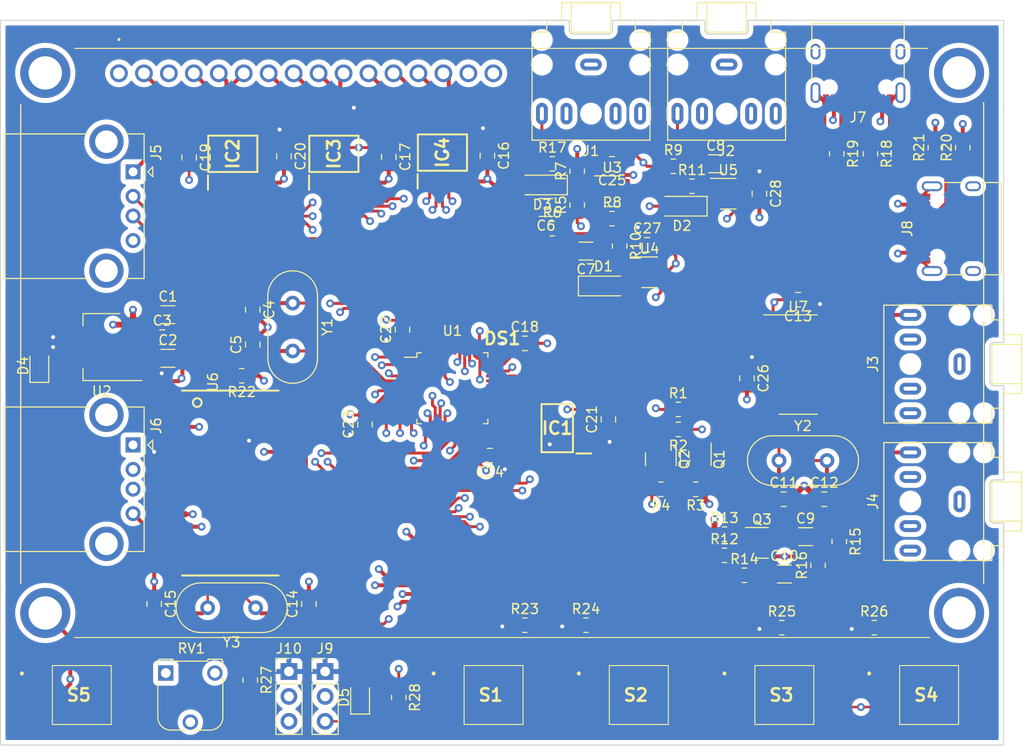
<source format=kicad_pcb>
(kicad_pcb (version 20211014) (generator pcbnew)
  (layers (0 "F.Cu" signal) (1 "In1.Cu" signal) (2 "In2.Cu" signal) (31 "B.Cu" signal) (34 "B.Paste" user) (35 "F.Paste" user) (36 "B.SilkS" user "B.Silkscreen") (37 "F.SilkS" user "F.Silkscreen") (38 "B.Mask" user) (39 "F.Mask" user) (44 "Edge.Cuts" user))
  (net 0 "")
  (net 2 "Net-(D4-Pad1)")
  (net 3 "Net-(D5-Pad1)")
  (net 4 "Net-(DS1-Pad3)")
  (net 5 "/DISP_RS")
  (net 6 "/DISP_RW")
  (net 7 "/DISP_E")
  (net 8 "/DISP_D0")
  (net 9 "/DISP_D1")
  (net 10 "/DISP_D2")
  (net 11 "/DISP_D3")
  (net 12 "/DISP_D4")
  (net 13 "/DISP_D5")
  (net 14 "/DISP_D6")
  (net 15 "/DISP_D7")
  (net 16 "/~RAM_CS")
  (net 17 "/RAM_MISO")
  (net 19 "/RAM_MOSI")
  (net 20 "/RAM_SCK")
  (net 21 "/BOOT0")
  (net 22 "Net-(C11-Pad1)")
  (net 23 "Net-(C12-Pad2)")
  (net 24 "/USB2DM")
  (net 25 "/USB2DP")
  (net 26 "/BOOT1")
  (net 27 "/SW0")
  (net 28 "/SW1")
  (net 29 "/SW2")
  (net 30 "/SW3")
  (net 31 "/~RESET")
  (net 32 "Net-(J7-PadA5)")
  (net 33 "/LED")
  (net 36 "+5V")
  (net 37 "GND")
  (net 38 "+3V3")
  (net 39 "Net-(C4-Pad1)")
  (net 40 "Net-(C5-Pad1)")
  (net 41 "Net-(C7-Pad2)")
  (net 42 "Net-(C8-Pad2)")
  (net 49 "Net-(Q1-Pad1)")
  (net 50 "Net-(Q2-Pad1)")
  (net 51 "Net-(C6-Pad1)")
  (net 52 "Net-(C6-Pad2)")
  (net 53 "Net-(C7-Pad1)")
  (net 54 "Net-(C8-Pad1)")
  (net 55 "Net-(C9-Pad1)")
  (net 56 "Net-(C9-Pad2)")
  (net 57 "Net-(C10-Pad1)")
  (net 58 "Net-(C10-Pad2)")
  (net 59 "/MIC_IN")
  (net 60 "/LINE_IN")
  (net 67 "/SHAPED_B")
  (net 68 "/TAPE_IN")
  (net 69 "/SHAPED_A")
  (net 70 "Net-(Q3-Pad1)")
  (net 71 "/USB1DP")
  (net 72 "/USB1DM")
  (net 73 "/MIC_AMP")
  (net 75 "Net-(J7-PadB5)")
  (net 77 "Net-(J8-PadA5)")
  (net 78 "Net-(R5-Pad2)")
  (net 79 "Net-(R6-Pad2)")
  (net 80 "/USBSDP")
  (net 81 "/USBSDM")
  (net 83 "Net-(J8-PadB5)")
  (net 85 "/TAPE_OUT")
  (net 86 "/CH_RXD")
  (net 87 "/CH_TXD")
  (net 96 "Net-(U7-Pad14)")
  (net 97 "Net-(U7-Pad10)")
  (net 107 "/CH376_INT")
  (net 108 "/CH376_RST")
  (net 109 "/CH376_CS")
  (net 110 "/CH376_SCK")
  (net 111 "/CH376_MISO")
  (net 112 "/CH376_MOSI")
  (net 113 "/USBFDM")
  (net 114 "/USBFDP")
  (net 115 "/SHIFT_RS")
  (net 116 "/SHIFT_RW")
  (net 117 "/SHIFT_E")
  (net 122 "/SHIFT_D0")
  (net 123 "/SHIFT_D1")
  (net 124 "/SHIFT_D2")
  (net 125 "/SHIFT_D3")
  (net 128 "/SHIFT_D4")
  (net 129 "/SHIFT_D5")
  (net 130 "/SHIFT_D6")
  (net 131 "/SHIFT_D7")
  (net 134 "Net-(C14-Pad1)")
  (net 135 "Net-(C15-Pad2)")
  (net 136 "Net-(R22-Pad1)")
  (footprint "Resistor_SMD:R_0805_2012Metric" (layer "F.Cu") (at 146.812 107.315)
    (fp_text reference "R14")
    (fp_text value "10K")
  )
  (footprint "Resistor_SMD:R_0805_2012Metric" (layer "F.Cu") (at 150.622 112.649)
    (fp_text reference "R25")
    (fp_text value "1K")
  )
  (footprint "Resistor_SMD:R_0805_2012Metric" (layer "F.Cu") (at 127.254 65.405)
    (fp_text reference "R17")
    (fp_text value "510")
  )
  (footprint "Capacitor_SMD:C_1206_3216Metric" (layer "F.Cu") (at 150.876 107.188)
    (fp_text reference "C10")
    (fp_text value "106")
  )
  (footprint "SamacSys_Parts:SOP65P640X110-14N" (layer "F.Cu") (at 116.078 64.262 90)
    (fp_text reference "IC4")
    (fp_text value "NXS0104PWJ" hide)
  )
  (footprint "Package_TO_SOT_SMD:SOT-23-5" (layer "F.Cu") (at 145.161 68.453)
    (fp_text reference "U5")
    (fp_text value "74LVC1G17")
  )
  (footprint "Resistor_SMD:R_0805_2012Metric" (layer "F.Cu") (at 140.081 90.424)
    (fp_text reference "R1")
    (fp_text value "10K")
  )
  (footprint "Connector_PinHeader_2.54mm:PinHeader_1x03_P2.54mm_Vertical" (layer "F.Cu") (at 100.457 117.109)
    (fp_text reference "J10")
    (fp_text value "Conn_01x03")
  )
  (footprint "Resistor_SMD:R_0805_2012Metric" (layer "F.Cu") (at 139.573 65.659)
    (fp_text reference "R9")
    (fp_text value "1K")
  )
  (footprint "LED_SMD:LED_0805_2012Metric" (layer "F.Cu") (at 107.696 119.761 90)
    (fp_text reference "D5")
    (fp_text value "ORANGE")
  )
  (footprint "Resistor_SMD:R_0805_2012Metric" (layer "F.Cu") (at 160.02 112.649)
    (fp_text reference "R26")
    (fp_text value "1K")
  )
  (footprint "SamacSys_Parts:LL3301NF065QG" (layer "F.Cu") (at 79.375 119.507)
    (fp_text reference "S5")
    (fp_text value "LL3301NF065QG" hide)
  )
  (footprint "Potentiometer_THT:Potentiometer_Runtron_RM-065_Vertical" (layer "F.Cu") (at 87.924 117.267)
    (fp_text reference "RV1")
    (fp_text value "10K")
  )
  (footprint "Resistor_SMD:R_0805_2012Metric" (layer "F.Cu") (at 166.243 63.754 90)
    (fp_text reference "R21")
    (fp_text value "5K1")
  )
  (footprint "Crystal:Crystal_HC49-4H_Vertical" (layer "F.Cu") (at 100.838 79.592 -90)
    (fp_text reference "Y1")
    (fp_text value "8MHz")
  )
  (footprint "Capacitor_SMD:C_1206_3216Metric" (layer "F.Cu") (at 130.683 74.295 180)
    (fp_text reference "C7")
    (fp_text value "106")
  )
  (footprint "SamacSys_Parts:SOIC127P600X175-8N" (layer "F.Cu") (at 127.762 92.329 180)
    (fp_text reference "IC1")
    (fp_text value "23LC512T-I_SN" hide)
  )
  (footprint "Connector_USB:USB_A_CONNFLY_DS1095-WNR0" (layer "F.Cu") (at 84.5945 66.223 -90)
    (fp_text reference "J5")
    (fp_text value "USB_A")
  )
  (footprint "LED_SMD:LED_0805_2012Metric" (layer "F.Cu") (at 75.057 85.979 90)
    (fp_text reference "D4")
    (fp_text value "ORANGE")
  )
  (footprint "Capacitor_SMD:C_1206_3216Metric" (layer "F.Cu") (at 88.138 80.772)
    (fp_text reference "C1")
    (fp_text value "10u")
  )
  (footprint "Resistor_SMD:R_0805_2012Metric" (layer "F.Cu") (at 129.794 66.167 90)
    (fp_text reference "R7")
    (fp_text value "10K")
  )
  (footprint "Capacitor_SMD:C_0805_2012Metric" (layer "F.Cu") (at 86.741 110.236 -90)
    (fp_text reference "C15")
    (fp_text value "20p")
  )
  (footprint "SamacSys_Parts:LL3301NF065QG" (layer "F.Cu") (at 150.876 119.507)
    (fp_text reference "S3")
    (fp_text value "LL3301NF065QG" hide)
  )
  (footprint "Diode_SMD:D_MiniMELF" (layer "F.Cu") (at 132.461 77.851)
    (fp_text reference "D1")
    (fp_text value "ZMM2V2")
  )
  (footprint "Connector_USB:USB_C_Receptacle_HRO_TYPE-C-31-M-12" (layer "F.Cu") (at 158.371 55.036 180)
    (fp_text reference "J7")
    (fp_text value "USB_C_Receptacle_USB2.0")
  )
  (footprint "Resistor_SMD:R_0805_2012Metric" (layer "F.Cu") (at 133.35 70.993)
    (fp_text reference "R8")
    (fp_text value "10K")
  )
  (footprint "SamacSys_Parts:LL3301NF065QG" (layer "F.Cu") (at 165.608 119.507)
    (fp_text reference "S4")
    (fp_text value "LL3301NF065QG" hide)
  )
  (footprint "Diode_SMD:D_MiniMELF" (layer "F.Cu") (at 140.462 69.723 180)
    (fp_text reference "D2")
    (fp_text value "ZMM2V2")
  )
  (footprint "SamacSys_Parts:SOP65P640X110-14N" (layer "F.Cu") (at 94.742 64.389 90)
    (fp_text reference "IC2")
    (fp_text value "NXS0104PWJ" hide)
  )
  (footprint "Package_TO_SOT_SMD:SOT-23" (layer "F.Cu") (at 148.59 104.013)
    (fp_text reference "Q3")
    (fp_text value "MMBT3904")
  )
  (footprint "Capacitor_SMD:C_0805_2012Metric" (layer "F.Cu") (at 136.906 73.66)
    (fp_text reference "C27")
    (fp_text value "104")
  )
  (footprint "Resistor_SMD:R_0805_2012Metric" (layer "F.Cu") (at 156.21 64.389 -90)
    (fp_text reference "R19")
    (fp_text value "5K1")
  )
  (footprint "Capacitor_SMD:C_0805_2012Metric" (layer "F.Cu") (at 112.014 82.296 90)
    (fp_text reference "C22")
    (fp_text value "104")
  )
  (footprint "Capacitor_SMD:C_0805_2012Metric" (layer "F.Cu") (at 87.564 83.058)
    (fp_text reference "C3")
    (fp_text value "1u")
  )
  (footprint "Capacitor_SMD:C_0805_2012Metric" (layer "F.Cu") (at 96.774 80.264 -90)
    (fp_text reference "C4")
    (fp_text value "20p")
  )
  (footprint "Capacitor_SMD:C_0805_2012Metric" (layer "F.Cu") (at 132.969 91.44 90)
    (fp_text reference "C21")
    (fp_text value "104")
  )
  (footprint "Connector_USB:USB_C_Receptacle_HRO_TYPE-C-31-M-12" (layer "F.Cu") (at 169.037 72.009 90)
    (fp_text reference "J8")
    (fp_text value "USB_C_Receptacle_USB2.0")
  )
  (footprint "SOP28:SOP28" (layer "F.Cu") (at 94.488 96.647 -90)
    (fp_text reference "U6")
    (fp_text value "CH376S")
  )
  (footprint "Package_TO_SOT_SMD:SOT-23-5" (layer "F.Cu") (at 133.35 68.199)
    (fp_text reference "U3")
    (fp_text value "LMV321")
  )
  (footprint "SamacSys_Parts:LL3301NF065QG" (layer "F.Cu") (at 136.063 119.507)
    (fp_text reference "S2")
    (fp_text value "LL3301NF065QG" hide)
  )
  (footprint "Resistor_SMD:R_0805_2012Metric" (layer "F.Cu") (at 127.254 72.009)
    (fp_text reference "R6")
    (fp_text value "1K")
  )
  (footprint "SamacSys_Parts:SOP65P640X110-14N" (layer "F.Cu") (at 105.029 64.389 90)
    (fp_text reference "IC3")
    (fp_text value "NXS0104PWJ" hide)
  )
  (footprint "Package_SO:SOP-16_3.9x9.9mm_P1.27mm" (layer "F.Cu") (at 152.273 85.852)
    (fp_text reference "U7")
    (fp_text value "CH340G")
  )
  (footprint "Capacitor_SMD:C_0805_2012Metric" (layer "F.Cu") (at 108.204 91.948 90)
    (fp_text reference "C23")
    (fp_text value "104")
  )
  (footprint "Resistor_SMD:R_0805_2012Metric" (layer "F.Cu") (at 111.633 119.761 -90)
    (fp_text reference "R28")
    (fp_text value "470")
  )
  (footprint "Capacitor_SMD:C_0805_2012Metric" (layer "F.Cu") (at 154.94 99.568)
    (fp_text reference "C12")
    (fp_text value "20p")
  )
  (footprint "Connector_Audio:Jack_3.5mm_CUI_SJ1-3525N_Horizontal" (layer "F.Cu") (at 145 55.3 180)
    (fp_text reference "J2")
    (fp_text value "AudioJack3_SwitchTR")
    (fp_line (start -2.2 4.5) (end -6.5 4.5) (layer "Edge.Cuts") (width 0.12))
    (fp_line (start 1.8 3.1) (end -1.8 3.1) (layer "Edge.Cuts") (width 0.12))
    (fp_line (start 2.2 4.5) (end 6.5 4.5) (layer "Edge.Cuts") (width 0.12))
    (fp_line (start 2.2 3.5) (end 2.2 4.5) (layer "Edge.Cuts") (width 0.12))
    (fp_line (start -2.2 3.5) (end -2.2 4.5) (layer "Edge.Cuts") (width 0.12))
    (fp_arc (start -2.2 3.5) (mid -2.082842 3.217158) (end -1.8 3.1) (layer "Edge.Cuts") (width 0.12))
    (fp_arc (start 1.8 3.1) (mid 2.082843 3.217157) (end 2.2 3.5) (layer "Edge.Cuts") (width 0.12))
  )
  (footprint "Resistor_SMD:R_0805_2012Metric" (layer "F.Cu") (at 154.305 106.299 90)
    (fp_text reference "R16")
    (fp_text value "1K")
  )
  (footprint "Resistor_SMD:R_0805_2012Metric" (layer "F.Cu") (at 141.859 98.552 180)
    (fp_text reference "R3")
    (fp_text value "5K6")
  )
  (footprint "Capacitor_SMD:C_1206_3216Metric" (layer "F.Cu") (at 126.619 69.85 180)
    (fp_text reference "C6")
    (fp_text value "106")
  )
  (footprint "Capacitor_SMD:C_1206_3216Metric" (layer "F.Cu") (at 143.891 65.405)
    (fp_text reference "C8")
    (fp_text value "106")
  )
  (footprint "Resistor_SMD:R_0805_2012Metric" (layer "F.Cu") (at 156.464 103.886 -90)
    (fp_text reference "R15")
    (fp_text value "10K")
  )
  (footprint "Connector_PinHeader_2.54mm:PinHeader_1x03_P2.54mm_Vertical" (layer "F.Cu") (at 104.14 117.109)
    (fp_text reference "J9")
    (fp_text value "Conn_01x03")
  )
  (footprint "Capacitor_SMD:C_0805_2012Metric" (layer "F.Cu") (at 120.65 64.577 -90)
    (fp_text reference "C16")
    (fp_text value "104")
  )
  (footprint "SamacSys_Parts:LL3301NF065QG" (layer "F.Cu") (at 121.285 119.507)
    (fp_text reference "S1")
    (fp_text value "LL3301NF065QG" hide)
  )
  (footprint "Capacitor_SMD:C_0805_2012Metric" (layer "F.Cu") (at 110.617 64.704 -90)
    (fp_text reference "C17")
    (fp_text value "104")
  )
  (footprint "Resistor_SMD:R_0805_2012Metric" (layer "F.Cu") (at 124.46 112.395)
    (fp_text reference "R23")
    (fp_text value "1K")
  )
  (footprint "Resistor_SMD:R_0805_2012Metric" (layer "F.Cu") (at 141.478 67.691)
    (fp_text reference "R11")
    (fp_text value "510")
  )
  (footprint "Capacitor_SMD:C_0805_2012Metric" (layer "F.Cu") (at 99.949 64.643 -90)
    (fp_text reference "C20")
    (fp_text value "104")
  )
  (footprint "Diode_SMD:D_MiniMELF" (layer "F.Cu") (at 126.238 67.564 180)
    (fp_text reference "D3")
    (fp_text value "ZMM2V2")
  )
  (footprint "Resistor_SMD:R_0805_2012Metric" (layer "F.Cu") (at 130.683 112.395)
    (fp_text reference "R24")
    (fp_text value "1K")
  )
  (footprint "Capacitor_SMD:C_0805_2012Metric" (layer "F.Cu") (at 152.273 79.248 180)
    (fp_text reference "C13")
    (fp_text value "0.1u")
  )
  (footprint "Resistor_SMD:R_0805_2012Metric" (layer "F.Cu") (at 144.78 105.283)
    (fp_text reference "R12")
    (fp_text value "10K")
  )
  (footprint "Capacitor_SMD:C_0805_2012Metric" (layer "F.Cu") (at 96.774 83.82 90)
    (fp_text reference "C5")
    (fp_text value "20p")
  )
  (footprint "Package_TO_SOT_SMD:SOT-23" (layer "F.Cu") (at 138.303 95.504 -90)
    (fp_text reference "Q2")
    (fp_text value "MMBT3904")
  )
  (footprint "Package_TO_SOT_SMD:SOT-23" (layer "F.Cu") (at 141.859 95.504 -90)
    (fp_text reference "Q1")
    (fp_text value "MMBT3904")
  )
  (footprint "Crystal:Crystal_HC49-U_Vertical" (layer "F.Cu") (at 97.065 110.617 180)
    (fp_text reference "Y3")
    (fp_text value "12Mz")
  )
  (footprint "Resistor_SMD:R_0805_2012Metric" (layer "F.Cu") (at 140.081 92.456 180)
    (fp_text reference "R2")
    (fp_text value "10K")
  )
  (footprint "Package_TO_SOT_SMD:SOT-23-5" (layer "F.Cu") (at 137.16 76.454)
    (fp_text reference "U4")
    (fp_text value "74LVC1G17")
  )
  (footprint "Resistor_SMD:R_0805_2012Metric" (layer "F.Cu") (at 138.303 98.552 180)
    (fp_text reference "R4")
    (fp_text value "10K")
  )
  (footprint "Capacitor_SMD:C_0805_2012Metric" (layer "F.Cu") (at 148.336 68.453 -90)
    (fp_text reference "C28")
    (fp_text value "104")
  )
  (footprint "Package_TO_SOT_SMD:SOT-223-3_TabPin2" (layer "F.Cu") (at 81.407 84.074 180)
    (fp_text reference "U2")
    (fp_text value "AMS1117-3.3")
  )
  (footprint "Resistor_SMD:R_0805_2012Metric" (layer "F.Cu") (at 129.794 69.596 90)
    (fp_text reference "R5")
    (fp_text value "10K")
  )
  (footprint "Capacitor_SMD:C_0805_2012Metric" (layer "F.Cu") (at 124.46 83.693)
    (fp_text reference "C18")
    (fp_text value "104")
  )
  (footprint "Connector_Audio:Jack_3.5mm_CUI_SJ1-3525N_Horizontal" (layer "F.Cu") (at 168.7 85.8 90)
    (fp_text reference "J3")
    (fp_text value "AudioJack3_SwitchTR")
    (fp_line (start 2.2 3.5) (end 2.2 4.5) (layer "Edge.Cuts") (width 0.12))
    (fp_line (start 1.8 3.1) (end -1.8 3.1) (layer "Edge.Cuts") (width 0.12))
    (fp_line (start -2.2 4.5) (end -6.5 4.5) (layer "Edge.Cuts") (width 0.12))
    (fp_line (start -2.2 3.5) (end -2.2 4.5) (layer "Edge.Cuts") (width 0.12))
    (fp_line (start 2.2 4.5) (end 6.5 4.5) (layer "Edge.Cuts") (width 0.12))
    (fp_arc (start -2.2 3.5) (mid -2.082842 3.217158) (end -1.8 3.1) (layer "Edge.Cuts") (width 0.12))
    (fp_arc (start 1.8 3.1) (mid 2.082843 3.217157) (end 2.2 3.5) (layer "Edge.Cuts") (width 0.12))
  )
  (footprint "Capacitor_SMD:C_0805_2012Metric" (layer "F.Cu") (at 133.35 65.405 180)
    (fp_text reference "C25")
    (fp_text value "104")
  )
  (footprint "Resistor_SMD:R_0805_2012Metric" (layer "F.Cu") (at 169.037 63.754 90)
    (fp_text reference "R20")
    (fp_text value "5K1")
  )
  (footprint "Capacitor_SMD:C_0805_2012Metric" (layer "F.Cu") (at 120.904 95.123 180)
    (fp_text reference "C24")
    (fp_text value "104")
  )
  (footprint "Connector_Audio:Jack_3.5mm_CUI_SJ1-3525N_Horizontal" (layer "F.Cu") (at 131.2 55.3 180)
    (fp_text reference "J1")
    (fp_text value "AudioJack3_SwitchTR")
    (fp_line (start 2.2 4.5) (end 6.5 4.5) (layer "Edge.Cuts") (width 0.12))
    (fp_line (start 1.8 3.1) (end -1.8 3.1) (layer "Edge.Cuts") (width 0.12))
    (fp_line (start -2.2 4.5) (end -6.5 4.5) (layer "Edge.Cuts") (width 0.12))
    (fp_line (start -2.2 3.5) (end -2.2 4.5) (layer "Edge.Cuts") (width 0.12))
    (fp_line (start 2.2 3.5) (end 2.2 4.5) (layer "Edge.Cuts") (width 0.12))
    (fp_arc (start -2.2 3.5) (mid -2.082842 3.217158) (end -1.8 3.1) (layer "Edge.Cuts") (width 0.12))
    (fp_arc (start 1.8 3.1) (mid 2.082843 3.217157) (end 2.2 3.5) (layer "Edge.Cuts") (width 0.12))
  )
  (footprint "Capacitor_SMD:C_0805_2012Metric" (layer "F.Cu") (at 90.297 64.77 -90)
    (fp_text reference "C19")
    (fp_text value "104")
  )
  (footprint "Connector_USB:USB_A_CONNFLY_DS1095-WNR0" (layer "F.Cu") (at 84.5945 94.036 -90)
    (fp_text reference "J6")
    (fp_text value "USB_A")
  )
  (footprint "CH32V203:CH32V203C8T6_LQFP-48_7x7mm_P0.5mm" (layer "F.Cu") (at 117.094 88.265)
    (fp_text reference "U1")
    (fp_text value "CH32V203C8T6")
  )
  (footprint "Capacitor_SMD:C_1206_3216Metric" (layer "F.Cu") (at 88.138 85.217)
    (fp_text reference "C2")
    (fp_text value "10u")
  )
  (footprint "Resistor_SMD:R_0805_2012Metric" (layer "F.Cu") (at 134.112 73.787 -90)
    (fp_text reference "R10")
    (fp_text value "1K")
  )
  (footprint "Connector_Audio:Jack_3.5mm_CUI_SJ1-3525N_Horizontal" (layer "F.Cu") (at 168.7 99.8 90)
    (fp_text reference "J4")
    (fp_text value "AudioJack3_SwitchTR")
    (fp_line (start 2.2 4.5) (end 6.5 4.5) (layer "Edge.Cuts") (width 0.12))
    (fp_line (start -2.2 4.5) (end -6.5 4.5) (layer "Edge.Cuts") (width 0.12))
    (fp_line (start 2.2 3.5) (end 2.2 4.5) (layer "Edge.Cuts") (width 0.12))
    (fp_line (start 1.8 3.1) (end -1.8 3.1) (layer "Edge.Cuts") (width 0.12))
    (fp_line (start -2.2 3.5) (end -2.2 4.5) (layer "Edge.Cuts") (width 0.12))
    (fp_arc (start -2.2 3.5) (mid -2.082842 3.217158) (end -1.8 3.1) (layer "Edge.Cuts") (width 0.12))
    (fp_arc (start 1.8 3.1) (mid 2.082843 3.217157) (end 2.2 3.5) (layer "Edge.Cuts") (width 0.12))
  )
  (footprint "Resistor_SMD:R_0805_2012Metric" (layer "F.Cu") (at 159.639 64.389 -90)
    (fp_text reference "R18")
    (fp_text value "5K1")
  )
  (footprint "Capacitor_SMD:C_0805_2012Metric" (layer "F.Cu") (at 150.815 99.568)
    (fp_text reference "C11")
    (fp_text value "20p")
  )
  (footprint "Resistor_SMD:R_0805_2012Metric" (layer "F.Cu") (at 144.78 103.124)
    (fp_text reference "R13")
    (fp_text value "1K")
  )
  (footprint "Capacitor_SMD:C_0805_2012Metric" (layer "F.Cu") (at 147.066 87.249 -90)
    (fp_text reference "C26")
    (fp_text value "104")
  )
  (footprint "Capacitor_SMD:C_1206_3216Metric" (layer "F.Cu") (at 153.035 103.378)
    (fp_text reference "C9")
    (fp_text value "106")
  )
  (footprint "Resistor_SMD:R_0805_2012Metric" (layer "F.Cu") (at 95.6545 86.995 180)
    (fp_text reference "R22")
    (fp_text value "470")
  )
  (footprint "Resistor_SMD:R_0805_2012Metric" (layer "F.Cu") (at 96.52 117.983 -90)
    (fp_text reference "R27")
    (fp_text value "1K")
  )
  (footprint "Crystal:Crystal_HC49-U_Vertical" (layer "F.Cu") (at 150.331 95.631)
    (fp_text reference "Y2")
    (fp_text value "12Mz")
  )
  (footprint "SamacSys_Parts:LCD20x4Y" (layer "F.Cu") (at 83.157 56.192)
    (fp_text reference "DS1")
    (fp_text value "LCD-20x4Y" hide)
  )
  (footprint "Capacitor_SMD:C_0805_2012Metric" (layer "F.Cu") (at 102.489 110.236 90)
    (fp_text reference "C14")
    (fp_text value "20p")
  )
  (gr_line (start 173.2 124.2) (end 173.2 124.6) (layer "Edge.Cuts") (width 0.1))
  (gr_line (start 173.2 93.3) (end 173.2 92.3) (layer "Edge.Cuts") (width 0.1))
  (gr_line (start 155.6 124.6) (end 172.9 124.6) (layer "Edge.Cuts") (width 0.1))
  (gr_line (start 138.5 50.8) (end 137.7 50.8) (layer "Edge.Cuts") (width 0.1))
  (gr_line (start 104.7 124.6) (end 155.6 124.6) (layer "Edge.Cuts") (width 0.1))
  (gr_line (start 77 50.8) (end 71.1 50.8) (layer "Edge.Cuts") (width 0.1))
  (gr_line (start 173.2 59.7) (end 173.2 50.8) (layer "Edge.Cuts") (width 0.1))
  (gr_line (start 71.1 51.6) (end 71.1 75) (layer "Edge.Cuts") (width 0.1))
  (gr_line (start 113.8 50.8) (end 94 50.8) (layer "Edge.Cuts") (width 0.1))
  (gr_line (start 173.2 124.6) (end 172.9 124.6) (layer "Edge.Cuts") (width 0.1))
  (gr_line (start 71.1 50.8) (end 71.1 51.6) (layer "Edge.Cuts") (width 0.1))
  (gr_line (start 151.5 50.8) (end 172.8 50.8) (layer "Edge.Cuts") (width 0.1))
  (gr_line (start 173.2 50.8) (end 172.8 50.8) (layer "Edge.Cuts") (width 0.1))
  (gr_line (start 71.1 108.3) (end 71.1 124.4) (layer "Edge.Cuts") (width 0.1))
  (gr_line (start 71.1 89.4) (end 71.1 108.3) (layer "Edge.Cuts") (width 0.1))
  (gr_line (start 71.1 75) (end 71.1 89.4) (layer "Edge.Cuts") (width 0.1))
  (gr_line (start 173.2 106.3) (end 173.2 124.2) (layer "Edge.Cuts") (width 0.1))
  (gr_line (start 71.4 124.6) (end 104.7 124.6) (layer "Edge.Cuts") (width 0.1))
  (gr_line (start 71.4 124.6) (end 71.1 124.6) (layer "Edge.Cuts") (width 0.1))
  (gr_line (start 94 50.8) (end 77 50.8) (layer "Edge.Cuts") (width 0.1))
  (gr_line (start 173.2 79.3) (end 173.2 59.7) (layer "Edge.Cuts") (width 0.1))
  (gr_line (start 124.7 50.8) (end 113.8 50.8) (layer "Edge.Cuts") (width 0.1))
  (gr_line (start 71.1 124.6) (end 71.1 124.4) (layer "Edge.Cuts") (width 0.1))
  (segment (start 93.345 88.392) (end 94.742 86.995) (width 0.4) (layer "F.Cu") (net 2))
  (segment (start 75.057 86.9165) (end 76.5325 88.392) (width 0.4) (layer "F.Cu") (net 2))
  (segment (start 76.5325 88.392) (end 93.345 88.392) (width 0.4) (layer "F.Cu") (net 2))
  (segment (start 111.633 120.6735) (end 107.721 120.6735) (width 0.3) (layer "F.Cu") (net 3))
  (segment (start 107.721 120.6735) (end 107.696 120.6985) (width 0.3) (layer "F.Cu") (net 3))
  (segment (start 90.777 56.192) (end 93.442 58.857) (width 0.4) (layer "F.Cu") (net 5))
  (segment (start 93.442 58.857) (end 93.442 61.451) (width 0.4) (layer "F.Cu") (net 5))
  (segment (start 93.317 56.192) (end 94.092 56.967) (width 0.4) (layer "F.Cu") (net 6))
  (segment (start 94.092 56.967) (end 94.092 61.451) (width 0.4) (layer "F.Cu") (net 6))
  (segment (start 94.742 57.307) (end 94.742 61.451) (width 0.4) (layer "F.Cu") (net 7))
  (segment (start 95.857 56.192) (end 94.742 57.307) (width 0.4) (layer "F.Cu") (net 7))
  (segment (start 102.06315 58.166) (end 103.729 59.83185) (width 0.4) (layer "F.Cu") (net 8))
  (segment (start 100.371 58.166) (end 102.06315 58.166) (width 0.4) (layer "F.Cu") (net 8))
  (segment (start 103.729 59.83185) (end 103.729 61.451) (width 0.4) (layer "F.Cu") (net 8))
  (segment (start 98.397 56.192) (end 100.371 58.166) (width 0.4) (layer "F.Cu") (net 8))
  (segment (start 104.379 59.634) (end 104.379 61.451) (width 0.4) (layer "F.Cu") (net 9))
  (segment (start 100.937 56.192) (end 104.379 59.634) (width 0.4) (layer "F.Cu") (net 9))
  (segment (start 103.477 56.192) (end 105.029 57.744) (width 0.4) (layer "F.Cu") (net 10))
  (segment (start 105.029 57.744) (end 105.029 61.451) (width 0.4) (layer "F.Cu") (net 10))
  (segment (start 106.017 56.192) (end 105.679 56.53) (width 0.4) (layer "F.Cu") (net 11))
  (segment (start 105.679 56.53) (end 105.679 61.451) (width 0.4) (layer "F.Cu") (net 11))
  (segment (start 110.531 58.166) (end 112.522 58.166) (width 0.4) (layer "F.Cu") (net 12))
  (segment (start 112.522 58.166) (end 114.778 60.422) (width 0.4) (layer "F.Cu") (net 12))
  (segment (start 108.557 56.192) (end 110.531 58.166) (width 0.4) (layer "F.Cu") (net 12))
  (segment (start 114.778 60.422) (end 114.778 61.324) (width 0.4) (layer "F.Cu") (net 12))
  (segment (start 111.407522 56.192) (end 115.428 60.212478) (width 0.4) (layer "F.Cu") (net 13))
  (segment (start 115.428 60.212478) (end 115.428 61.324) (width 0.4) (layer "F.Cu") (net 13))
  (segment (start 111.097 56.192) (end 111.407522 56.192) (width 0.4) (layer "F.Cu") (net 13))
  (segment (start 116.078 58.633) (end 116.078 61.324) (width 0.4) (layer "F.Cu") (net 14))
  (segment (start 113.637 56.192) (end 116.078 58.633) (width 0.4) (layer "F.Cu") (net 14))
  (segment (start 116.728 56.743) (end 116.728 61.324) (width 0.4) (layer "F.Cu") (net 15))
  (segment (start 116.177 56.192) (end 116.728 56.743) (width 0.4) (layer "F.Cu") (net 15))
  (segment (start 130.462 94.234) (end 129.787489 94.908511) (width 0.3) (layer "F.Cu") (net 16))
  (segment (start 123.698 94.644022) (end 123.698 92.456) (width 0.3) (layer "F.Cu") (net 16))
  (segment (start 123.962489 94.908511) (end 123.698 94.644022) (width 0.3) (layer "F.Cu") (net 16))
  (segment (start 122.257 91.015) (end 121.2565 91.015) (width 0.3) (layer "F.Cu") (net 16))
  (segment (start 123.698 92.456) (end 122.257 91.015) (width 0.3) (layer "F.Cu") (net 16))
  (segment (start 129.787489 94.908511) (end 123.962489 94.908511) (width 0.3) (layer "F.Cu") (net 16))
  (segment (start 123.19848 94.85093) (end 123.19848 92.662908) (width 0.3) (layer "F.Cu") (net 17))
  (segment (start 123.19848 92.662908) (end 122.050092 91.51452) (width 0.3) (layer "F.Cu") (net 17))
  (segment (start 120.142 90.291639) (end 120.418639 90.015) (width 0.3) (layer "F.Cu") (net 17))
  (segment (start 120.418159 91.51452) (end 120.142 91.238361) (width 0.3) (layer "F.Cu") (net 17))
  (segment (start 131.561511 93.559489) (end 131.561511 94.908511) (width 0.3) (layer "F.Cu") (net 17))
  (segment (start 123.75558 95.40803) (end 123.19848 94.85093) (width 0.3) (layer "F.Cu") (net 17))
  (segment (start 131.561511 94.908511) (end 131.061991 95.408031) (width 0.3) (layer "F.Cu") (net 17))
  (segment (start 120.418639 90.015) (end 121.2565 90.015) (width 0.3) (layer "F.Cu") (net 17))
  (segment (start 130.966022 92.964) (end 131.561511 93.559489) (width 0.3) (layer "F.Cu") (net 17))
  (segment (start 130.462 92.964) (end 130.966022 92.964) (width 0.3) (layer "F.Cu") (net 17))
  (segment (start 120.142 91.238361) (end 120.142 90.291639) (width 0.3) (layer "F.Cu") (net 17))
  (segment (start 131.061991 95.408031) (end 123.75558 95.40803) (width 0.3) (layer "F.Cu") (net 17))
  (segment (start 122.050092 91.51452) (end 120.418159 91.51452) (width 0.3) (layer "F.Cu") (net 17))
  (segment (start 121.2565 89.515) (end 122.169856 89.515) (width 0.3) (layer "F.Cu") (net 19))
  (segment (start 122.169856 89.515) (end 123.078856 90.424) (width 0.3) (layer "F.Cu") (net 19))
  (segment (start 123.078856 90.424) (end 125.062 90.424) (width 0.3) (layer "F.Cu") (net 19))
  (segment (start 125.062 91.694) (end 123.642428 91.694) (width 0.3) (layer "F.Cu") (net 20))
  (segment (start 122.463428 90.515) (end 121.2565 90.515) (width 0.3) (layer "F.Cu") (net 20))
  (segment (start 123.642428 91.694) (end 122.463428 90.515) (width 0.3) (layer "F.Cu") (net 20))
  (segment (start 116.344 84.1025) (end 116.344 87.134) (width 0.3) (layer "F.Cu") (net 21))
  (segment (start 116.344 87.134) (end 116.84 87.63) (width 0.3) (layer "F.Cu") (net 21))
  (via (at 116.84 87.63) (size 0.8) (drill 0.4) (layers "F.Cu" "B.Cu") (net 21))
  (segment (start 148.336 89.408) (end 148.336 91.511428) (width 0.3) (layer "F.Cu") (net 22))
  (segment (start 148.336 91.511428) (end 150.331 93.506428) (width 0.3) (layer "F.Cu") (net 22))
  (segment (start 150.331 93.506428) (end 150.331 95.631) (width 0.3) (layer "F.Cu") (net 22))
  (segment (start 148.717 89.027) (end 148.336 89.408) (width 0.3) (layer "F.Cu") (net 22))
  (segment (start 150.331 99.102) (end 150.331 95.631) (width 0.4) (layer "F.Cu") (net 22))
  (segment (start 149.773 89.027) (end 148.717 89.027) (width 0.3) (layer "F.Cu") (net 22))
  (segment (start 149.865 99.568) (end 150.331 99.102) (width 0.4) (layer "F.Cu") (net 22))
  (segment (start 155.89 99.568) (end 155.211 98.889) (width 0.4) (layer "F.Cu") (net 23))
  (segment (start 155.211 98.889) (end 155.211 95.631) (width 0.4) (layer "F.Cu") (net 23))
  (segment (start 153.162 95.631) (end 155.211 95.631) (width 0.3) (layer "F.Cu") (net 23))
  (segment (start 149.773 90.297) (end 149.773 92.242) (width 0.3) (layer "F.Cu") (net 23))
  (segment (start 149.773 92.242) (end 153.162 95.631) (width 0.3) (layer "F.Cu") (net 23))
  (segment (start 117.344 81.411) (end 117.344 84.1025) (width 0.3) (layer "F.Cu") (net 24))
  (segment (start 111.478214 73.814786) (end 117.348 79.684572) (width 0.3) (layer "F.Cu") (net 24))
  (segment (start 117.348 81.407) (end 117.344 81.411) (width 0.3) (layer "F.Cu") (net 24))
  (segment (start 110.696907 73.03348) (end 111.478214 73.814786) (width 0.3) (layer "F.Cu") (net 24))
  (segment (start 117.348 79.684572) (end 117.348 81.407) (width 0.3) (layer "F.Cu") (net 24))
  (segment (start 84.5945 68.723) (end 88.90498 73.03348) (width 0.3) (layer "F.Cu") (net 24))
  (segment (start 88.90498 73.03348) (end 110.696907 73.03348) (width 0.3) (layer "F.Cu") (net 24))
  (segment (start 110.49 73.533) (end 116.844 79.887) (width 0.3) (layer "F.Cu") (net 25))
  (segment (start 116.844 79.887) (end 116.844 84.1025) (width 0.3) (layer "F.Cu") (net 25))
  (segment (start 87.4045 73.533) (end 110.49 73.533) (width 0.3) (layer "F.Cu") (net 25))
  (segment (start 84.5945 70.723) (end 87.4045 73.533) (width 0.3) (layer "F.Cu") (net 25))
  (segment (start 116.88397 95.631) (end 113.157 95.631) (width 0.3) (layer "F.Cu") (net 26))
  (segment (start 117.844 94.67097) (end 116.88397 95.631) (width 0.3) (layer "F.Cu") (net 26))
  (segment (start 117.844 92.4275) (end 117.844 94.67097) (width 0.3) (layer "F.Cu") (net 26))
  (via (at 113.157 95.631) (size 0.8) (drill 0.4) (layers "F.Cu" "B.Cu") (net 26))
  (segment (start 111.168639 85.09) (end 112.093639 86.015) (width 0.3) (layer "F.Cu") (net 27))
  (segment (start 122.997011 110.019511) (end 111.976489 110.019511) (width 0.4) (layer "F.Cu") (net 27))
  (segment (start 125.835 117.257) (end 125.835 112.8575) (width 0.4) (layer "F.Cu") (net 27))
  (segment (start 112.093639 86.015) (end 112.9315 86.015) (width 0.3) (layer "F.Cu") (net 27))
  (segment (start 125.3725 112.395) (end 122.997011 110.019511) (width 0.4) (layer "F.Cu") (net 27))
  (segment (start 125.835 112.8575) (end 125.3725 112.395) (width 0.4) (layer "F.Cu") (net 27))
  (segment (start 111.976489 110.019511) (end 111.506 110.49) (width 0.4) (layer "F.Cu") (net 27))
  (segment (start 109.22 85.09) (end 111.168639 85.09) (width 0.3) (layer "F.Cu") (net 27))
  (via (at 109.22 85.09) (size 0.8) (drill 0.4) (layers "F.Cu" "B.Cu") (net 27))
  (via (at 111.506 110.49) (size 0.8) (drill 0.4) (layers "F.Cu" "B.Cu") (net 27))
  (segment (start 136.4575 117.257) (end 140.613 117.257) (width 0.4) (layer "F.Cu") (net 28))
  (segment (start 124.82335 110.998) (end 130.1985 110.998) (width 0.4) (layer "F.Cu") (net 28))
  (segment (start 109.97106 85.852) (end 111.224211 85.852) (width 0.3) (layer "F.Cu") (net 28))
  (segment (start 109.901424 85.921636) (end 109.97106 85.852) (width 0.3) (layer "F.Cu") (net 28))
  (segment (start 111.887211 86.515) (end 112.9315 86.515) (width 0.3) (layer "F.Cu") (net 28))
  (segment (start 131.5955 112.395) (end 136.4575 117.257) (width 0.4) (layer "F.Cu") (net 28))
  (segment (start 130.1985 110.998) (end 131.5955 112.395) (width 0.4) (layer "F.Cu") (net 28))
  (segment (start 112.014 109.22) (end 123.04535 109.22) (width 0.4) (layer "F.Cu") (net 28))
  (segment (start 123.04535 109.22) (end 124.82335 110.998) (width 0.4) (layer "F.Cu") (net 28))
  (segment (start 111.224211 85.852) (end 111.887211 86.515) (width 0.3) (layer "F.Cu") (net 28))
  (via (at 112.014 109.22) (size 0.8) (drill 0.4) (layers "F.Cu" "B.Cu") (net 28))
  (via (at 109.901424 85.921636) (size 0.8) (drill 0.4) (layers "F.Cu" "B.Cu") (net 28))
  (segment (start 151.511 114.3) (end 151.511 112.6725) (width 0.4) (layer "F.Cu") (net 29))
  (segment (start 151.511 112.6725) (end 151.5345 112.649) (width 0.4) (layer "F.Cu") (net 29))
  (segment (start 115.844 81.609572) (end 115.844 84.1025) (width 0.3) (layer "F.Cu") (net 29))
  (segment (start 104.648 79.629) (end 113.863428 79.629) (width 0.3) (layer "F.Cu") (net 29))
  (segment (start 125.0362 110.363) (end 123.0042 108.331) (width 0.4) (layer "F.Cu") (net 29))
  (segment (start 155.426 117.257) (end 154.468 117.257) (width 0.4) (layer "F.Cu") (net 29))
  (segment (start 113.863428 79.629) (end 115.844 81.609572) (width 0.3) (layer "F.Cu") (net 29))
  (segment (start 154.468 117.257) (end 151.511 114.3) (width 0.4) (layer "F.Cu") (net 29))
  (segment (start 151.5345 112.649) (end 149.2485 110.363) (width 0.4) (layer "F.Cu") (net 29))
  (segment (start 149.2485 110.363) (end 125.0362 110.363) (width 0.4) (layer "F.Cu") (net 29))
  (segment (start 123.0042 108.331) (end 109.22 108.331) (width 0.4) (layer "F.Cu") (net 29))
  (via (at 104.648 79.629) (size 0.8) (drill 0.4) (layers "F.Cu" "B.Cu") (net 29))
  (via (at 109.22 108.331) (size 0.8) (drill 0.4) (layers "F.Cu" "B.Cu") (net 29))
  (segment (start 115.344 81.816) (end 115.344 84.1025) (width 0.3) (layer "F.Cu") (net 30))
  (segment (start 123.252529 107.73148) (end 110.65248 107.73148) (width 0.4) (layer "F.Cu") (net 30))
  (segment (start 170.158 117.257) (end 165.5405 117.257) (width 0.4) (layer "F.Cu") (net 30))
  (segment (start 106.045 80.137) (end 113.665 80.137) (width 0.3) (layer "F.Cu") (net 30))
  (segment (start 125.28453 109.76348) (end 123.252529 107.73148) (width 0.4) (layer "F.Cu") (net 30))
  (segment (start 110.65248 107.73148) (end 109.601 106.68) (width 0.4) (layer "F.Cu") (net 30))
  (segment (start 165.5405 117.257) (end 160.9325 112.649) (width 0.4) (layer "F.Cu") (net 30))
  (segment (start 158.04698 109.76348) (end 125.28453 109.76348) (width 0.4) (layer "F.Cu") (net 30))
  (segment (start 105.664 80.518) (end 106.045 80.137) (width 0.3) (layer "F.Cu") (net 30))
  (segment (start 160.9325 112.649) (end 158.04698 109.76348) (width 0.4) (layer "F.Cu") (net 30))
  (segment (start 113.665 80.137) (end 115.344 81.816) (width 0.3) (layer "F.Cu") (net 30))
  (via (at 109.601 106.68) (size 0.8) (drill 0.4) (layers "F.Cu" "B.Cu") (net 30))
  (via (at 105.664 80.518) (size 0.8) (drill 0.4) (layers "F.Cu" "B.Cu") (net 30))
  (segment (start 99.762151 112.268) (end 94.7185 117.311651) (width 0.3) (layer "F.Cu") (net 31))
  (segment (start 110.617 111.76) (end 110.109 112.268) (width 0.3) (layer "F.Cu") (net 31))
  (segment (start 83.925 117.257) (end 85.5635 118.8955) (width 0.4) (layer "F.Cu") (net 31))
  (segment (start 94.7185 118.8955) (end 96.52 118.8955) (width 0.4) (layer "F.Cu") (net 31))
  (segment (start 85.5635 118.8955) (end 94.7185 118.8955) (width 0.4) (layer "F.Cu") (net 31))
  (segment (start 110.109 112.268) (end 99.762151 112.268) (width 0.3) (layer "F.Cu") (net 31))
  (segment (start 112.9315 88.515) (end 109.605 88.515) (width 0.3) (layer "F.Cu") (net 31))
  (segment (start 94.7185 117.311651) (end 94.7185 118.8955) (width 0.3) (layer "F.Cu") (net 31))
  (segment (start 109.605 88.515) (end 109.22 88.9) (width 0.3) (layer "F.Cu") (net 31))
  (via (at 109.22 88.9) (size 0.8) (drill 0.4) (layers "F.Cu" "B.Cu") (net 31))
  (via (at 110.617 111.76) (size 0.8) (drill 0.4) (layers "F.Cu" "B.Cu") (net 31))
  (segment (start 159.621 63.4585) (end 159.621 59.081) (width 0.3) (layer "F.Cu") (net 32))
  (segment (start 159.639 63.4765) (end 159.621 63.4585) (width 0.3) (layer "F.Cu") (net 32))
  (segment (start 117.344 92.4275) (end 117.344 94.111) (width 0.3) (layer "F.Cu") (net 33))
  (segment (start 117.344 94.111) (end 116.84 94.615) (width 0.3) (layer "F.Cu") (net 33))
  (segment (start 111.633 118.8485) (end 111.633 116.84) (width 0.3) (layer "F.Cu") (net 33))
  (via (at 111.633 116.84) (size 0.8) (drill 0.4) (layers "F.Cu" "B.Cu") (net 33))
  (via (at 116.84 94.615) (size 0.8) (drill 0.4) (layers "F.Cu" "B.Cu") (net 33))
  (segment (start 142.7715 99.5915) (end 143.256 100.076) (width 0.6) (layer "F.Cu") (net 36))
  (segment (start 91.203 61.451) (end 92.792 61.451) (width 0.3) (layer "F.Cu") (net 36))
  (segment (start 143.764 101.6) (end 143.764 103.0205) (width 0.6) (layer "F.Cu") (net 36))
  (segment (start 85.661 81.774) (end 86.663 80.772) (width 0.4) (layer "F.Cu") (net 36))
  (segment (start 162.523 69.559) (end 162.433 69.469) (width 0.4) (layer "F.Cu") (net 36))
  (segment (start 110.617 63.754) (end 113.047 61.324) (width 0.3) (layer "F.Cu") (net 36))
  (segment (start 160.821 59.081) (end 160.821 60.921) (width 0.4) (layer "F.Cu") (net 36))
  (segment (start 84.5945 66.223) (end 86.9975 63.82) (width 0.4) (layer "F.Cu") (net 36))
  (segment (start 142.7715 98.552) (end 142.7715 99.5915) (width 0.6) (layer "F.Cu") (net 36))
  (segment (start 84.582 81.749) (end 84.557 81.774) (width 0.6) (layer "F.Cu") (net 36))
  (segment (start 155.921 59.081) (end 155.921 60.868) (width 0.4) (layer "F.Cu") (net 36))
  (segment (start 162.523 74.459) (end 162.433 74.549) (width 0.4) (layer "F.Cu") (net 36))
  (segment (start 135.509 66.548) (end 134.493 66.548) (width 0.4) (layer "F.Cu") (net 36))
  (segment (start 134.4875 67.249) (end 134.4875 65.5925) (width 0.4) (layer "F.Cu") (net 36))
  (segment (start 104.14 63.754) (end 107.569 63.754) (width 0.3) (layer "F.Cu") (net 36))
  (segment (start 103.079 62.693) (end 104.14 63.754) (width 0.3) (layer "F.Cu") (net 36))
  (segment (start 84.543 81.788) (end 84.557 81.774) (width 0.6) (layer "F.Cu") (net 36))
  (segment (start 86.9975 63.82) (end 90.297 63.82) (width 0.4) (layer "F.Cu") (net 36))
  (segment (start 84.557 81.774) (end 85.661 81.774) (width 0.4) (layer "F.Cu") (net 36))
  (segment (start 134.493 66.548) (end 134.4875 66.5535) (width 0.4) (layer "F.Cu") (net 36))
  (segment (start 113.047 61.324) (end 114.128 61.324) (width 0.3) (layer "F.Cu") (net 36))
  (segment (start 92.792 59.05485) (end 92.792 61.451) (width 0.4) (layer "F.Cu") (net 36))
  (segment (start 103.079 61.451) (end 103.079 62.693) (width 0.3) (layer "F.Cu") (net 36))
  (segment (start 91.90315 58.166) (end 92.792 59.05485) (width 0.4) (layer "F.Cu") (net 36))
  (segment (start 90.297 62.357) (end 91.203 61.451) (width 0.3) (layer "F.Cu") (net 36))
  (segment (start 107.569 63.754) (end 110.617 63.754) (width 0.3) (layer "F.Cu") (net 36))
  (segment (start 85.697 56.192) (end 87.671 58.166) (width 0.4) (layer "F.Cu") (net 36))
  (segment (start 160.821 60.921) (end 160.655 61.087) (width 0.4) (layer "F.Cu") (net 36))
  (segment (start 164.992 74.459) (end 162.523 74.459) (width 0.4) (layer "F.Cu") (net 36))
  (segment (start 164.992 69.559) (end 162.523 69.559) (width 0.4) (layer "F.Cu") (net 36))
  (segment (start 90.297 63.82) (end 90.297 62.357) (width 0.3) (layer "F.Cu") (net 36))
  (segment (start 129.794 65.2545) (end 129.794 63.881) (width 0.4) (layer "F.Cu") (net 36))
  (segment (start 134.4875 65.5925) (end 134.3 65.405) (width 0.4) (layer "F.Cu") (net 36))
  (segment (start 87.671 58.166) (end 91.90315 58.166) (width 0.4) (layer "F.Cu") (net 36))
  (segment (start 84.582 80.264) (end 84.582 81.749) (width 0.6) (layer "F.Cu") (net 36))
  (segment (start 143.764 103.0205) (end 143.8675 103.124) (width 0.6) (layer "F.Cu") (net 36))
  (segment (start 155.921 60.868) (end 155.829 60.96) (width 0.4) (layer "F.Cu") (net 36))
  (segment (start 82.55 81.788) (end 84.543 81.788) (width 0.6) (layer "F.Cu") (net 36))
  (via (at 143.256 100.076) (size 0.8) (drill 0.4) (layers "F.Cu" "B.Cu") (net 36))
  (via (at 84.582 80.264) (size 0.8) (drill 0.4) (layers "F.Cu" "B.Cu") (net 36))
  (via (at 143.764 101.6) (size 0.8) (drill 0.4) (layers "F.Cu" "B.Cu") (net 36))
  (via (at 135.509 66.548) (size 0.8) (drill 0.4) (layers "F.Cu" "B.Cu") (net 36))
  (via (at 129.794 63.881) (size 0.8) (drill 0.4) (layers "F.Cu" "B.Cu") (net 36))
  (via (at 162.433 74.549) (size 0.8) (drill 0.4) (layers "F.Cu" "B.Cu") (net 36))
  (via (at 155.829 60.96) (size 0.8) (drill 0.4) (layers "F.Cu" "B.Cu") (net 36))
  (via (at 107.569 63.754) (size 0.8) (drill 0.4) (layers "F.Cu" "B.Cu") (net 36))
  (via (at 162.433 69.469) (size 0.8) (drill 0.4) (layers "F.Cu" "B.Cu") (net 36))
  (via (at 160.655 61.087) (size 0.8) (drill 0.4) (layers "F.Cu" "B.Cu") (net 36))
  (via (at 82.55 81.788) (size 0.8) (drill 0.4) (layers "F.Cu" "B.Cu") (net 36))
  (segment (start 86.741 109.286) (end 86.741 107.95) (width 0.4) (layer "F.Cu") (net 37))
  (segment (start 112.014 81.346) (end 110.429 81.346) (width 0.3) (layer "F.Cu") (net 37))
  (segment (start 110.219 67.327) (end 110.617 66.929) (width 0.4) (layer "F.Cu") (net 37))
  (segment (start 151.323 79.248) (end 150.114 79.248) (width 0.3) (layer "F.Cu") (net 37))
  (segment (start 110.429 81.346) (end 110.363 81.28) (width 0.3) (layer "F.Cu") (net 37))
  (segment (start 112.925361 81.346) (end 112.014 81.346) (width 0.3) (layer "F.Cu") (net 37))
  (segment (start 162.536 58.166) (end 161.621 59.081) (width 0.4) (layer "F.Cu") (net 37))
  (segment (start 89.243489 87.540511) (end 89.535 87.249) (width 0.4) (layer "F.Cu") (net 37))
  (segment (start 121.285 67.564) (end 124.488 67.564) (width 0.4) (layer "F.Cu") (net 37))
  (segment (start 135.5755 77.851) (end 136.0225 77.404) (width 0.3) (layer "F.Cu") (net 37))
  (segment (start 108.204 90.998) (end 106.746 90.998) (width 0.3) (layer "F.Cu") (net 37))
  (segment (start 117.759511 120.732489) (end 116.735 121.757) (width 0.25) (layer "F.Cu") (net 37))
  (segment (start 139.827 74.803) (end 138.684 73.66) (width 0.3) (layer "F.Cu") (net 37))
  (segment (start 138.712 72.804) (end 138.712 69.723) (width 0.3) (layer "F.Cu") (net 37))
  (segment (start 133.35 66.355) (end 132.4 65.405) (width 0.3) (layer "F.Cu") (net 37))
  (segment (start 119.344 92.4275) (end 119.344 94.513) (width 0.3) (layer "F.Cu") (net 37))
  (segment (start 89.613 81.959) (end 88.514 83.058) (width 0.4) (layer "F.Cu") (net 37))
  (segment (start 132.903 90.424) (end 132.969 90.49) (width 0.3) (layer "F.Cu") (net 37))
  (segment (start 145.234542 68.70348) (end 144.535022 69.403) (width 0.4) (layer "F.Cu") (net 37))
  (segment (start 78.207 117.881) (end 78.207 113.702) (width 0.4) (layer "F.Cu") (net 37))
  (segment (start 154.94 59.262) (end 155.121 59.081) (width 0.4) (layer "F.Cu") (net 37))
  (segment (start 149.733 81.367) (end 149.773 81.407) (width 0.3) (layer "F.Cu") (net 37))
  (segment (start 97.47 82.87) (end 98.298 82.042) (width 0.4) (layer "F.Cu") (net 37))
  (segment (start 129.794 70.5085) (end 130.7865 70.5085) (width 0.3) (layer "F.Cu") (net 37))
  (segment (start 166.243 62.8415) (end 166.243 61.214) (width 0.4) (layer "F.Cu") (net 37))
  (segment (start 139.827 75.565) (end 139.827 74.803) (width 0.3) (layer "F.Cu") (net 37))
  (segment (start 164.992 68.759) (end 164.992 68.604) (width 0.3) (layer "F.Cu") (net 37))
  (segment (start 147.066 88.199) (end 147.066 89.408) (width 0.4) (layer "F.Cu") (net 37))
  (segment (start 159.639 65.3015) (end 160.7585 65.3015) (width 0.4) (layer "F.Cu") (net 37))
  (segment (start 138.6605 65.659) (end 138.712 65.7105) (width 0.3) (layer "F.Cu") (net 37))
  (segment (start 88.988 92.202) (end 91.313 92.202) (width 0.4) (layer "F.Cu") (net 37))
  (segment (start 86.741 103.1825) (end 84.5945 101.036) (width 0.4) (layer "F.Cu") (net 37))
  (segment (start 102.489 109.286) (end 102.489 107.95) (width 0.4) (layer "F.Cu") (net 37))
  (segment (start 154.94 64.77) (end 154.94 59.262) (width 0.4) (layer "F.Cu") (net 37))
  (segment (start 162.691 58.166) (end 162.536 58.166) (width 0.4) (layer "F.Cu") (net 37))
  (segment (start 122.094361 86.015) (end 123.341841 84.76752) (width 0.3) (layer "F.Cu") (net 37))
  (segment (start 135.77148 96.93298) (end 137.3905 98.552) (width 0.3) (layer "F.Cu") (net 37))
  (segment (start 85.723511 87.540511) (end 89.243489 87.540511) (width 0.4) (layer "F.Cu") (net 37))
  (segment (start 150.114 79.248) (end 149.86 79.502) (width 0.3) (layer "F.Cu") (net 37))
  (segment (start 84.557 86.374) (end 85.723511 87.540511) (width 0.4) (layer "F.Cu") (net 37))
  (segment (start 131.064 68.58) (end 131.445 68.199) (width 0.3) (layer "F.Cu") (net 37))
  (segment (start 89.613 85.217) (end 89.613 87.171) (width 0.4) (layer "F.Cu") (net 37))
  (segment (start 114.844 84.1025) (end 114.844 83.264639) (width 0.3) (layer "F.Cu") (net 37))
  (segment (start 133.35 67.564) (end 133.35 66.355) (width 0.3) (layer "F.Cu") (net 37))
  (segment (start 90.297 67.056) (end 90.297 65.72) (width 0.25) (layer "F.Cu") (net 37))
  (segment (start 138.712 65.7105) (end 138.712 69.723) (width 0.3) (layer "F.Cu") (net 37))
  (segment (start 120.65 66.929) (end 120.379 67.2) (width 0.4) (layer "F.Cu") (net 37))
  (segment (start 151.765 99.568) (end 151.765 99.314) (width 0.6) (layer "F.Cu") (net 37))
  (segment (start 155.4715 65.3015) (end 154.94 64.77) (width 0.4) (layer "F.Cu") (net 37))
  (segment (start 121.2565 86.015) (end 122.094361 86.015) (width 0.3) (layer "F.Cu") (net 37))
  (segment (start 124.33548 84.76752) (end 125.41 83.693) (width 0.3) (layer "F.Cu") (net 37))
  (segment (start 147.63648 68.70348) (end 145.234542 68.70348) (width 0.4) (layer "F.Cu") (net 37))
  (segment (start 110.617 65.654) (end 110.617 66.929) (width 0.4) (layer "F.Cu") (net 37))
  (segment (start 106.746 90.998) (end 106.68 90.932) (width 0.3) (layer "F.Cu") (net 37))
  (segment (start 96.774 82.87) (end 97.47 82.87) (width 0.4) (layer "F.Cu") (net 37))
  (segment (start 131.064 70.231) (end 131.064 68.58) (width 0.3) (layer "F.Cu") (net 37))
  (segment (start 119.954 95.123) (end 119.954 96.078) (width 0.3) (layer "F.Cu") (net 37))
  (segment (start 108.204 90.998) (end 110.187 89.015) (width 0.3) (layer "F.Cu") (net 37))
  (segment (start 88.988 93.472) (end 88.988 92.202) (width 0.4) (layer "F.Cu") (net 37))
  (segment (start 144.0235 70.110522) (end 143.141022 70.993) (width 0.3) (layer "F.Cu") (net 37))
  (segment (start 78.207 113.702) (end 75.657 111.152) (width 0.4) (layer "F.Cu") (net 37))
  (segment (start 139.982 70.993) (end 138.712 69.723) (width 0.3) (layer "F.Cu") (net 37))
  (segment (start 144.0235 69.403) (end 144.0235 70.110522) (width 0.3) (layer "F.Cu") (net 37))
  (segment (start 148.336 69.403) (end 147.63648 68.70348) (width 0.4) (layer "F.Cu") (net 37))
  (segment (start 160.033489 120.732489) (end 158.667511 120.732489) (width 0.25) (layer "F.Cu") (net 37))
  (segment (start 150.8995 105.3865) (end 154.305 105.3865) (width 0.4) (layer "F.Cu") (net 37))
  (segment (start 96.692 67.327) (end 99.551 67.327) (width 0.4) (layer "F.Cu") (net 37))
  (segment (start 86.741 107.95) (end 86.741 103.1825) (width 0.4) (layer "F.Cu") (net 37))
  (segment (start 131.513 121.757) (end 130.488489 120.732489) (width 0.25) (layer "F.Cu") (net 37))
  (segment (start 137.878573 76.454) (end 138.938 76.454) (width 0.3) (layer "F.Cu") (net 37))
  (segment (start 133.47452 64.33048) (end 135.57748 64.33048) (width 0.3) (layer "F.Cu") (net 37))
  (segment (start 153.99 99.568) (end 153.99 99.253) (width 0.6) (layer "F.Cu") (net 37))
  (segment (start 137.3905 98.552) (end 137.3905 100.0525) (width 0.3) (layer "F.Cu") (net 37))
  (segment (start 134.211 77.851) (end 135.5755 77.851) (width 0.3) (layer "F.Cu") (net 37))
  (segment (start 148.336 70.866) (end 148.336 69.403) (width 0.4) (layer "F.Cu") (net 37))
  (segment (start 99.949 65.593) (end 99.949 66.929) (width 0.4) (layer "F.Cu") (net 37))
  (segment (start 147.350511 120.732489) (end 146.326 121.757) (width 0.25) (layer "F.Cu") (net 37))
  (segment (start 104.14 122.189) (end 116.303 122.189) (width 0.25) (layer "F.Cu") (net 37))
  (segment (start 137.856 73.66) (end 138.712 72.804) (width 0.3) (layer "F.Cu") (net 37))
  (segment (start 149.733 79.629) (end 149.733 81.367) (width 0.3) (layer "F.Cu") (net 37))
  (segment (start 130.462 90.424) (end 128.778 90.424) (width 0.3) (layer "F.Cu") (net 37))
  (segment (start 89.613 85.217) (end 89.613 84.157) (width 0.4) (layer "F.Cu") (net 37))
  (segment (start 155.876 105.3865) (end 156.464 104.7985) (width 0.4) (layer "F.Cu") (net 37))
  (segment (start 129.794 70.5085) (end 129.794 71.374) (width 0.3) (layer "F.Cu") (net 37))
  (segment (start 156.21 65.3015) (end 155.4715 65.3015) (width 0.4) (layer "F.Cu") (net 37))
  (segment (start 154.305 105.3865) (end 155.876 105.3865) (width 0.4) (layer "F.Cu") (net 37))
  (segment (start 74.825 121.757) (end 78.207 118.375) (width 0.4) (layer "F.Cu") (net 37))
  (segment (start 131.445 68.199) (end 132.2125 68.199) (width 0.3) (layer "F.Cu") (net 37))
  (segment (start 99.551 67.327) (end 99.949 66.929) (width 0.4) (layer "F.Cu") (net 37))
  (segment (start 136.928573 77.404) (end 137.878573 76.454) (width 0.3) (layer "F.Cu") (net 37))
  (segment (start 114.844 83.264639) (end 112.925361 81.346) (width 0.3) (layer "F.Cu") (net 37))
  (segment (start 147.6525 104.963) (end 148.076 105.3865) (width 0.4) (layer "F.Cu") (net 37))
  (segment (start 96.774 81.214) (end 96.84 81.214) (width 0.4) (layer "F.Cu") (net 37))
  (segment (start 106.979 67.327) (end 110.219 67.327) (width 0.4) (layer "F.Cu") (net 37))
  (segment (start 138.938 76.454) (end 139.827 75.565) (width 0.3) (layer "F.Cu") (net 37))
  (segment (start 129.794 71.374) (end 130.175 71.755) (width 0.3) (layer "F.Cu") (net 37))
  (segment (start 169.037 62.8415) (end 169.037 61.341) (width 0.4) (layer "F.Cu") (net 37))
  (segment (start 148.076 105.3865) (end 150.8995 105.3865) (width 0.4) (layer "F.Cu") (net 37))
  (segment (start 151.765 99.314) (end 152.908 98.171) (width 0.6) (layer "F.Cu") (net 37))
  (segment (start 119.954 96.078) (end 120.523 96.647) (width 0.3) (layer "F.Cu") (net 37))
  (segment (start 87.1905 103.632) (end 86.741 103.1825) (width 0.4) (layer "F.Cu") (net 37))
  (segment (start 161.058 121.757) (end 160.033489 120.732489) (width 0.25) (layer "F.Cu") (net 37))
  (segment (start 135.57748 64.33048) (end 136.525 65.278) (width 0.3) (layer "F.Cu") (net 37))
  (segment (start 155.121 59.081) (end 154.966 59.081) (width 0.4) (layer "F.Cu") (net 37))
  (segment (start 161.621 64.439) (end 161.29 64.77) (width 0.4) (layer "F.Cu") (net 37))
  (segment (start 123.341841 84.76752) (end 124.33548 84.76752) (width 0.3) (layer "F.Cu") (net 37))
  (segment (start 138.684 73.66) (end 137.856 73.66) (width 0.3) (layer "F.Cu") (net 37))
  (segment (start 154.966 59.081) (end 154.051 58.166) (width 0.4) (layer "F.Cu") (net 37))
  (segment (start 110.187 89.015) (end 112.9315 89.015) (width 0.3) (layer "F.Cu") (net 37))
  (segment (start 130.7865 70.5085) (end 131.064 70.231) (width 0.3) (layer "F.Cu") (net 37))
  (segment (start 145.301489 120.732489) (end 132.537511 120.732489) (width 0.25) (layer "F.Cu") (net 37))
  (segment (start 137.3905 100.0525) (end 137.414 100.076) (width 0.3) (layer "F.Cu") (net 37))
  (segment (start 120.65 65.527) (end 120.65 66.929) (width 0.4) (layer "F.Cu") (net 37))
  (segment (start 89.613 84.157) (end 88.514 83.058) (width 0.4) (layer "F.Cu") (net 37))
  (segment (start 130.488489 120.732489) (end 117.759511 120.732489) (width 0.25) (layer "F.Cu") (net 37))
  (segment (start 164.992 75.259) (end 164.992 75.414) (width 0.3) (layer "F.Cu") (net 37))
  (segment (start 158.667511 120.732489) (end 147.350511 120.732489) (width 0.25) (layer "F.Cu") (net 37))
  (segment (start 164.992 68.604) (end 165.907 67.689) (width 0.3) (layer "F.Cu") (net 37))
  (segment (start 161.621 59.081) (end 161.621 64.439) (width 0.4) (layer "F.Cu") (net 37))
  (segment (start 88.988 103.632) (end 87.1905 103.632) (width 0.4) (layer "F.Cu") (net 37))
  (segment (start 132.2125 68.199) (end 132.715 68.199) (width 0.3) (layer "F.Cu") (net 37))
  (segment (start 130.462 90.424) (end 132.903 90.424) (width 0.3) (layer "F.Cu") (net 37))
  (segment (start 120.65 66.929) (end 121.285 67.564) (width 0.4) (layer "F.Cu") (net 37))
  (segment (start 125.41 83.693) (end 126.746 83.693) (width 0.3) (layer "F.Cu") (net 37))
  (segment (start 146.326 121.757) (end 145.301489 120.732489) (width 0.25) (layer "F.Cu") (net 37))
  (segment (start 120.379 67.2) (end 118.028 67.2) (width 0.4) (layer "F.Cu") (net 37))
  (segment (start 136.0225 77.404) (end 136.928573 77.404) (width 0.3) (layer "F.Cu") (net 37))
  (segment (start 160.7585 65.3015) (end 161.29 64.77) (width 0.4) (layer "F.Cu") (net 37))
  (segment (start 89.613 87.171) (end 89.535 87.249) (width 0.4) (layer "F.Cu") (net 37))
  (segment (start 132.537511 120.732489) (end 131.513 121.757) (width 0.25) (layer "F.Cu") (net 37))
  (segment (start 96.84 81.214) (end 97.47 81.214) (width 0.4) (layer "F.Cu") (net 37))
  (segment (start 137.16 69.723) (end 138.712 69.723) (width 0.3) (layer "F.Cu") (net 37))
  (segment (start 134.7165 90.49) (end 135.77148 91.54498) (width 0.3) (layer "F.Cu") (net 37))
  (segment (start 153.99 99.253) (end 152.908 98.171) (width 0.6) (layer "F.Cu") (net 37))
  (segment (start 78.207 118.375) (end 78.207 117.881) (width 0.4) (layer "F.Cu") (net 37))
  (segment (start 89.613 80.772) (end 89.613 81.959) (width 0.4) (layer "F.Cu") (net 37))
  (segment (start 138.6605 65.659) (end 136.906 65.659) (width 0.3) (layer "F.Cu") (net 37))
  (segment (start 132.715 68.199) (end 133.35 67.564) (width 0.3) (layer "F.Cu") (net 37))
  (segment (start 116.303 122.189) (end 116.735 121.757) (width 0.25) (layer "F.Cu") (net 37))
  (segment (start 119.344 94.513) (end 119.954 95.123) (width 0.3) (layer "F.Cu") (net 37))
  (segment (start 164.992 75.414) (end 165.907 76.329) (width 0.3) (layer "F.Cu") (net 37))
  (segment (start 135.77148 91.54498) (end 135.77148 96.93298) (width 0.3) (layer "F.Cu") (net 37))
  (segment (start 144.535022 69.403) (end 144.0235 69.403) (width 0.4) (layer "F.Cu") (net 37))
  (segment (start 149.86 79.502) (end 149.733 79.629) (width 0.3) (layer "F.Cu") (net 37))
  (segment (start 143.141022 70.993) (end 139.982 70.993) (width 0.3) (layer "F.Cu") (net 37))
  (segment (start 97.47 81.214) (end 98.298 82.042) (width 0.4) (layer "F.Cu") (net 37))
  (segment (start 132.4 65.405) (end 133.47452 64.33048) (width 0.3) (layer "F.Cu") (net 37))
  (segment (start 132.969 90.49) (end 134.7165 90.49) (width 0.3) (layer "F.Cu") (net 37))
  (segment (start 136.906 65.659) (end 136.525 65.278) (width 0.3) (layer "F.Cu") (net 37))
  (via (at 91.313 92.202) (size 0.8) (drill 0.4) (layers "F.Cu" "B.Cu") (net 37))
  (via (at 78.207 117.881) (size 0.8) (drill 0.4) (layers "F.Cu" "B.Cu") (net 37))
  (via (at 169.037 61.341) (size 0.8) (drill 0.4) (layers "F.Cu" "B.Cu") (net 37))
  (via (at 166.243 61.214) (size 0.8) (drill 0.4) (layers "F.Cu" "B.Cu") (net 37))
  (via (at 137.414 100.076) (size 0.8) (drill 0.4) (layers "F.Cu" "B.Cu") (net 37))
  (via (at 89.535 87.249) (size 0.8) (drill 0.4) (layers "F.Cu" "B.Cu") (net 37))
  (via (at 126.746 83.693) (size 0.8) (drill 0.4) (layers "F.Cu" "B.Cu") (net 37))
  (via (at 136.525 65.278) (size 0.8) (drill 0.4) (layers "F.Cu" "B.Cu") (net 37))
  (via (at 110.363 81.28) (size 0.8) (drill 0.4) (layers "F.Cu" "B.Cu") (net 37))
  (via (at 86.741 107.95) (size 0.8) (drill 0.4) (layers "F.Cu" "B.Cu") (net 37))
  (via (at 147.066 89.408) (size 0.8) (drill 0.4) (layers "F.Cu" "B.Cu") (net 37))
  (via (at 137.16 69.723) (size 0.8) (drill 0.4) (layers "F.Cu" "B.Cu") (net 37))
  (via (at 120.523 96.647) (size 0.8) (drill 0.4) (layers "F.Cu" "B.Cu") (net 37))
  (via (at 98.298 82.042) (size 0.8) (drill 0.4) (layers "F.Cu" "B.Cu") (net 37))
  (via (at 150.8995 105.3865) (size 0.8) (drill 0.4) (layers "F.Cu" "B.Cu") (net 37))
  (via (at 152.908 98.171) (size 0.8) (drill 0.4) (layers "F.Cu" "B.Cu") (net 37))
  (via (at 120.65 66.929) (size 0.8) (drill 0.4) (layers "F.Cu" "B.Cu") (net 37))
  (via (at 149.86 79.502) (size 0.8) (drill 0.4) (layers "F.Cu" "B.Cu") (net 37))
  (via (at 106.68 90.932) (size 0.8) (drill 0.4) (layers "F.Cu" "B.Cu") (net 37))
  (via (at 139.827 75.565) (size 0.8) (drill 0.4) (layers "F.Cu" "B.Cu") (net 37))
  (via (at 128.778 90.424) (size 0.8) (drill 0.4) (layers "F.Cu" "B.Cu") (net 37))
  (via (at 130.175 71.755) (size 0.8) (drill 0.4) (layers "F.Cu" "B.Cu") (net 37))
  (via (at 102.489 107.95) (size 0.8) (drill 0.4) (layers "F.Cu" "B.Cu") (net 37))
  (via (at 99.949 66.929) (size 0.8) (drill 0.4) (layers "F.Cu" "B.Cu") (net 37))
  (via (at 148.336 70.866) (size 0.8) (drill 0.4) (layers "F.Cu" "B.Cu") (net 37))
  (via (at 158.667511 120.732489) (size 0.8) (drill 0.4) (layers "F.Cu" "B.Cu") (net 37))
  (via (at 110.617 66.929) (size 0.8) (drill 0.4) (layers "F.Cu" "B.Cu") (net 37))
  (via (at 90.297 67.056) (size 0.8) (drill 0.4) (layers "F.Cu" "B.Cu") (net 37))
  (segment (start 121.854 95.123) (end 121.854 95.946) (width 0.3) (layer "F.Cu") (net 38))
  (segment (start 86.741 97.234022) (end 86.741 94.742) (width 0.4) (layer "F.Cu") (net 38))
  (segment (start 123.51 83.693) (end 122.174 83.693) (width 0.3) (layer "F.Cu") (net 38))
  (segment (start 76.454 84.074) (end 78.257 84.074) (width 0.6) (layer "F.Cu") (net 38))
  (segment (start 95.248978 94.742) (end 88.988 94.742) (width 0.4) (layer "F.Cu") (net 38))
  (segment (start 125.062 94.234) (end 126.746 94.234) (width 0.3) (layer "F.Cu") (net 38))
  (segment (start 108.204 92.71) (end 111.399 89.515) (width 0.3) (layer "F.Cu") (net 38))
  (segment (start 85.7 85.217) (end 84.557 84.074) (width 0.4) (layer "F.Cu") (net 38))
  (segment (start 88.988 99.822) (end 88.988 98.552) (width 0.4) (layer "F.Cu") (net 38))
  (segment (start 106.746 92.898) (end 106.68 92.964) (width 0.3) (layer "F.Cu") (net 38))
  (segment (start 88.988 96.012) (end 88.988 94.742) (width 0.4) (layer "F.Cu") (net 38))
  (segment (start 157.734 112.776) (end 158.9805 112.776) (width 0.6) (layer "F.Cu") (net 38))
  (segment (start 115.189 64.135) (end 116.332 64.135) (width 0.3) (layer "F.Cu") (net 38))
  (segment (start 147.066 86.299) (end 147.066 85.598) (width 0.6) (layer "F.Cu") (net 38))
  (segment (start 88.988 94.742) (end 86.741 94.742) (width 0.4) (layer "F.Cu") (net 38))
  (segment (start 149.7095 112.649) (end 148.463 112.649) (width 0.6) (layer "F.Cu") (net 38))
  (segment (start 154.813 81.367) (end 154.773 81.407) (width 0.3) (layer "F.Cu") (net 38))
  (segment (start 96.391978 93.599) (end 95.248978 94.742) (width 0.4) (layer "F.Cu") (net 38))
  (segment (start 100.457 117.109) (end 104.14 117.109) (width 0.4) (layer "F.Cu") (net 38))
  (segment (start 149.773 85.217) (end 147.701 85.217) (width 0.3) (layer "F.Cu") (net 38))
  (segment (start 135.956 71.882) (end 135.956 73.66) (width 0.4) (layer "F.Cu") (net 38))
  (segment (start 125.062 94.234) (end 125.062 92.964) (width 0.3) (layer "F.Cu") (net 38))
  (segment (start 111.399 89.515) (end 112.9315 89.515) (width 0.3) (layer "F.Cu") (net 38))
  (segment (start 96.393 93.599) (end 96.391978 93.599) (width 0.4) (layer "F.Cu") (net 38))
  (segment (start 121.2565 85.515) (end 121.887933 85.515) (width 0.3) (layer "F.Cu") (net 38))
  (segment (start 148.463 112.649) (end 148.336 112.776) (width 0.6) (layer "F.Cu") (net 38))
  (segment (start 108.204 92.898) (end 106.746 92.898) (width 0.3) (layer "F.Cu") (net 38))
  (segment (start 126.746 94.234) (end 127 93.98) (width 0.3) (layer "F.Cu") (net 38))
  (segment (start 123.249999 84.268001) (end 123.51 84.008) (width 0.3) (layer "F.Cu") (net 38))
  (segment (start 123.134932 84.268001) (end 123.249999 84.268001) (width 0.3) (layer "F.Cu") (net 38))
  (segment (start 128.397 112.395) (end 128.27 112.522) (width 0.6) (layer "F.Cu") (net 38))
  (segment (start 88.988 98.552) (end 88.058978 98.552) (width 0.4) (layer "F.Cu") (net 38))
  (segment (start 153.543 81.407) (end 153.035 81.915) (width 0.3) (layer "F.Cu") (net 38))
  (segment (start 105.9815 117.109) (end 107.696 118.8235) (width 0.4) (layer "F.Cu") (net 38))
  (segment (start 114.128 67.2) (end 114.128 65.196) (width 0.3) (layer "F.Cu") (net 38))
  (segment (start 153.035 81.915) (end 153.035 86.487) (width 0.3) (layer "F.Cu") (net 38))
  (segment (start 77.241 83.058) (end 78.257 84.074) (width 0.6) (layer "F.Cu") (net 38))
  (segment (start 147.066 85.598) (end 147.574 85.09) (width 0.6) (layer "F.Cu") (net 38))
  (segment (start 148.336 67.503) (end 148.336 66.167) (width 0.4) (layer "F.Cu") (net 38))
  (segment (start 99.5045 61.9125) (end 99.949 62.357) (width 0.3) (layer "F.Cu") (net 38))
  (segment (start 118.028 61.324) (end 118.028 63.582) (width 0.3) (layer "F.Cu") (net 38))
  (segment (start 78.257 84.074) (end 84.557 84.074) (width 0.6) (layer "F.Cu") (net 38))
  (segment (start 123.5475 112.395) (end 122.301 112.395) (width 0.6) (layer "F.Cu") (net 38))
  (segment (start 154.813 80.01) (end 154.813 81.367) (width 0.3) (layer "F.Cu") (net 38))
  (segment (start 119.844 93.113) (end 121.854 95.123) (width 0.3) (layer "F.Cu") (net 38))
  (segment (start 96.52 117.0705) (end 100.4185 117.0705) (width 0.4) (layer "F.Cu") (net 38))
  (segment (start 100.01 63.754) (end 99.949 63.693) (width 0.3) (layer "F.Cu") (net 38))
  (segment (start 96.012 64.643) (end 93.853 64.643) (width 0.3) (layer "F.Cu") (net 38))
  (segment (start 76.454 83.058) (end 77.241 83.058) (width 0.6) (layer "F.Cu") (net 38))
  (segment (start 129.7705 112.395) (end 128.397 112.395) (width 0.6) (layer "F.Cu") (net 38))
  (segment (start 103.079 67.327) (end 103.079 64.852) (width 0.3) (layer "F.Cu") (net 38))
  (segment (start 96.692 61.451) (end 99.043 61.451) (width 0.3) (layer "F.Cu") (net 38))
  (segment (start 96.692 61.451) (end 96.692 63.963) (width 0.3) (layer "F.Cu") (net 38))
  (segment (start 96.692 63.963) (end 96.012 64.643) (width 0.3) (layer "F.Cu") (net 38))
  (segment (start 104.14 117.109) (end 105.9815 117.109) (width 0.4) (layer "F.Cu") (net 38))
  (segment (start 132.969 93.599) (end 133.096 93.726) (width 0.6) (layer "F.Cu") (net 38))
  (segment (start 86.614 83.058) (end 85.573 83.058) (width 0.4) (layer "F.Cu") (net 38))
  (segment (start 86.663 85.901) (end 86.663 85.217) (width 0.4) (layer "F.Cu") (net 38))
  (segment (start 149.773 85.217) (end 151.257 85.217) (width 0.3) (layer "F.Cu") (net 38))
  (segment (start 120.65 62.23) (end 120.65 63.627) (width 0.3) (layer "F.Cu") (net 38))
  (segment (start 135.956 73.66) (end 137.8 75.504) (width 0.3) (layer "F.Cu") (net 38))
  (segment (start 154.051 79.248) (end 154.4955 79.6925) (width 0.3) (layer "F.Cu") (net 38))
  (segment (start 85.573 83.058) (end 84.557 84.074) (width 0.4) (layer "F.Cu") (net 38))
  (segment (start 96.393 93.599) (end 99.06 90.932) (width 0.4) (layer "F.Cu") (net 38))
  (segment (start 114.128 65.196) (end 115.189 64.135) (width 0.3) (layer "F.Cu") (net 38))
  (segment (start 158.9805 112.776) (end 159.1075 112.649) (width 0.6) (layer "F.Cu") (net 38))
  (segment (start 99.949 62.357) (end 99.949 63.693) (width 0.3) (layer "F.Cu") (net 38))
  (segment (start 118.028 63.582) (end 117.475 64.135) (width 0.3) (layer "F.Cu") (net 38))
  (segment (start 151.257 85.217) (end 152.527 86.487) (width 0.3) (layer "F.Cu") (net 38))
  (segment (start 153.035 86.487) (end 154.773 86.487) (width 0.3) (layer "F.Cu") (net 38))
  (segment (start 99.06 90.932) (end 99.988 90.932) (width 0.4) (layer "F.Cu") (net 38))
  (segment (start 86.663 85.217) (end 85.7 85.217) (width 0.4) (layer "F.Cu") (net 38))
  (segment (start 119.744 61.324) (end 120.2055 61.7855) (width 0.3) (layer "F.Cu") (net 38))
  (segment (start 122.301 112.395) (end 122.174 112.522) (width 0.6) (layer "F.Cu") (net 38))
  (segment (start 106.979 61.451) (end 106.979 59.772) (width 0.4) (layer "F.Cu") (net 38))
  (segment (start 121.854 95.946) (end 122.428 96.52) (width 0.3) (layer "F.Cu") (net 38))
  (segment (start 152.527 86.487) (end 153.035 86.487) (width 0.3) (layer "F.Cu") (net 38))
  (segment (start 99.043 61.451) (end 99.5045 61.9125) (width 0.3) (layer "F.Cu") (net 38))
  (segment (start 137.8 75.504) (end 138.2975 75.504) (width 0.3) (layer "F.Cu") (net 38))
  (segment (start 120.2055 61.7855) (end 120.65 62.23) (width 0.3) (layer "F.Cu") (net 38))
  (segment (start 99.988 90.932) (end 99.988 90.258) (width 0.4) (layer "F.Cu") (net 38))
  (segment (start 123.51 84.008) (end 123.51 83.693) (width 0.3) (layer "F.Cu") (net 38))
  (segment (start 121.887933 85.515) (end 123.134932 84.268001) (width 0.3) (layer "F.Cu") (net 38))
  (segment (start 118.028 61.324) (end 119.744 61.324) (width 0.3) (layer "F.Cu") (net 38))
  (segment (start 87.503 86.741) (end 86.663 85.901) (width 0.4) (layer "F.Cu") (net 38))
  (segment (start 103.079 64.852) (end 101.981 63.754) (width 0.3) (layer "F.Cu") (net 38))
  (segment (start 88.058978 98.552) (end 86.741 97.234022) (width 0.4) (layer "F.Cu") (net 38))
  (segment (start 101.981 63.754) (end 100.01 63.754) (width 0.3) (layer "F.Cu") (net 38))
  (segment (start 108.204 92.898) (end 108.204 92.71) (width 0.3) (layer "F.Cu") (net 38))
  (segment (start 75.057 85.0415) (end 77.2895 85.0415) (width 0.4) (layer "F.Cu") (net 38))
  (segment (start 153.223 79.248) (end 154.051 79.248) (width 0.3) (layer "F.Cu") (net 38))
  (segment (start 116.332 64.135) (end 117.475 64.135) (width 0.3) (layer "F.Cu") (net 38))
  (segment (start 154.773 81.407) (end 153.543 81.407) (width 0.3) (layer "F.Cu") (net 38))
  (segment (start 99.988 90.258) (end 99.988 89.662) (width 0.4) (layer "F.Cu") (net 38))
  (segment (start 154.4955 79.6925) (end 154.813 80.01) (width 0.3) (layer "F.Cu") (net 38))
  (segment (start 100.4185 117.0705) (end 100.457 117.109) (width 0.4) (layer "F.Cu") (net 38))
  (segment (start 92.792 67.327) (end 92.792 65.704) (width 0.3) (layer "F.Cu") (net 38))
  (segment (start 132.969 92.39) (end 132.969 93.599) (width 0.6) (layer "F.Cu") (net 38))
  (segment (start 154.773 87.757) (end 154.773 86.487) (width 0.3) (layer "F.Cu") (net 38))
  (segment (start 112.8705 84.1025) (end 112.014 83.246) (width 0.3) (layer "F.Cu") (net 38))
  (segment (start 112.014 83.246) (end 110.429 83.246) (width 0.3) (layer "F.Cu") (net 38))
  (segment (start 146.2985 67.503) (end 148.336 67.503) (width 0.4) (layer "F.Cu") (net 38))
  (segment (start 92.792 65.704) (end 93.853 64.643) (width 0.3) (layer "F.Cu") (net 38))
  (segment (start 106.979 59.772) (end 107.061 59.69) (width 0.4) (layer "F.Cu") (net 38))
  (segment (start 77.2895 85.0415) (end 78.257 84.074) (width 0.4) (layer "F.Cu") (net 38))
  (segment (start 147.701 85.217) (end 147.574 85.09) (width 0.3) (layer "F.Cu") (net 38))
  (segment (start 114.344 84.1025) (end 112.8705 84.1025) (width 0.3) (layer "F.Cu") (net 38))
  (segment (start 119.844 92.4275) (end 119.844 93.113) (width 0.3) (layer "F.Cu") (net 38))
  (segment (start 110.429 83.246) (end 110.363 83.312) (width 0.3) (layer "F.Cu") (net 38))
  (via (at 154.4955 79.6925) (size 0.8) (drill 0.4) (layers "F.Cu" "B.Cu") (net 38))
  (via (at 76.454 83.058) (size 0.8) (drill 0.4) (layers "F.Cu" "B.Cu") (net 38))
  (via (at 133.096 93.726) (size 0.8) (drill 0.4) (layers "F.Cu" "B.Cu") (net 38))
  (via (at 157.734 112.776) (size 0.8) (drill 0.4) (layers "F.Cu" "B.Cu") (net 38))
  (via (at 96.393 93.599) (size 0.8) (drill 0.4) (layers "F.Cu" "B.Cu") (net 38))
  (via (at 99.5045 61.9125) (size 0.8) (drill 0.4) (layers "F.Cu" "B.Cu") (net 38))
  (via (at 148.336 112.776) (size 0.8) (drill 0.4) (layers "F.Cu" "B.Cu") (net 38))
  (via (at 122.174 112.522) (size 0.8) (drill 0.4) (layers "F.Cu" "B.Cu") (net 38))
  (via (at 135.956 71.882) (size 0.8) (drill 0.4) (layers "F.Cu" "B.Cu") (net 38))
  (via (at 120.2055 61.7855) (size 0.8) (drill 0.4) (layers "F.Cu" "B.Cu") (net 38))
  (via (at 128.27 112.522) (size 0.8) (drill 0.4) (layers "F.Cu" "B.Cu") (net 38))
  (via (at 87.503 86.741) (size 0.8) (drill 0.4) (layers "F.Cu" "B.Cu") (net 38))
  (via (at 110.363 83.312) (size 0.8) (drill 0.4) (layers "F.Cu" "B.Cu") (net 38))
  (via (at 122.174 83.693) (size 0.8) (drill 0.4) (layers "F.Cu" "B.Cu") (net 38))
  (via (at 148.336 66.167) (size 0.8) (drill 0.4) (layers "F.Cu" "B.Cu") (net 38))
  (via (at 116.332 64.135) (size 0.8) (drill 0.4) (layers "F.Cu" "B.Cu") (net 38))
  (via (at 147.574 85.09) (size 0.8) (drill 0.4) (layers "F.Cu" "B.Cu") (net 38))
  (via (at 107.061 59.69) (size 0.8) (drill 0.4) (layers "F.Cu" "B.Cu") (net 38))
  (via (at 122.428 96.52) (size 0.8) (drill 0.4) (layers "F.Cu" "B.Cu") (net 38))
  (via (at 76.454 84.074) (size 0.8) (drill 0.4) (layers "F.Cu" "B.Cu") (net 38))
  (via (at 86.741 94.742) (size 0.8) (drill 0.4) (layers "F.Cu" "B.Cu") (net 38))
  (via (at 127 93.98) (size 0.8) (drill 0.4) (layers "F.Cu" "B.Cu") (net 38))
  (via (at 106.68 92.964) (size 0.8) (drill 0.4) (layers "F.Cu" "B.Cu") (net 38))
  (segment (start 97.052 79.592) (end 100.838 79.592) (width 0.4) (layer "F.Cu") (net 39))
  (segment (start 102.325 79.592) (end 110.248 87.515) (width 0.3) (layer "F.Cu") (net 39))
  (segment (start 96.774 79.314) (end 97.052 79.592) (width 0.4) (layer "F.Cu") (net 39))
  (segment (start 100.838 79.592) (end 102.325 79.592) (width 0.3) (layer "F.Cu") (net 39))
  (segment (start 110.248 87.515) (end 112.9315 87.515) (width 0.3) (layer "F.Cu") (net 39))
  (segment (start 96.774 84.77) (end 97.072 84.472) (width 0.4) (layer "F.Cu") (net 40))
  (segment (start 100.838 84.472) (end 106.498572 84.472) (width 0.3) (layer "F.Cu") (net 40))
  (segment (start 106.498572 84.472) (end 110.041572 88.015) (width 0.3) (layer "F.Cu") (net 40))
  (segment (start 97.072 84.472) (end 100.838 84.472) (width 0.4) (layer "F.Cu") (net 40))
  (segment (start 110.041572 88.015) (end 112.9315 88.015) (width 0.3) (layer "F.Cu") (net 40))
  (segment (start 132.08 77.851) (end 130.711 77.851) (width 0.3) (layer "F.Cu") (net 41))
  (segment (start 132.334 77.528978) (end 132.334 77.597) (width 0.3) (layer "F.Cu") (net 41))
  (segment (start 133.408978 76.454) (end 132.334 77.528978) (width 0.3) (layer "F.Cu") (net 41))
  (segment (start 129.208 74.295) (end 130.711 75.798) (width 0.3) (layer "F.Cu") (net 41))
  (segment (start 130.711 75.798) (end 130.711 77.851) (width 0.3) (layer "F.Cu") (net 41))
  (segment (start 132.334 77.597) (end 132.08 77.851) (width 0.3) (layer "F.Cu") (net 41))
  (segment (start 136.0225 76.454) (end 133.408978 76.454) (width 0.3) (layer "F.Cu") (net 41))
  (segment (start 145.161 67.734427) (end 145.161 65.61) (width 0.3) (layer "F.Cu") (net 42))
  (segment (start 142.212 69.723) (end 143.482 68.453) (width 0.3) (layer "F.Cu") (net 42))
  (segment (start 144.442427 68.453) (end 145.161 67.734427) (width 0.3) (layer "F.Cu") (net 42))
  (segment (start 143.482 68.453) (end 144.0235 68.453) (width 0.3) (layer "F.Cu") (net 42))
  (segment (start 145.161 65.61) (end 145.366 65.405) (width 0.3) (layer "F.Cu") (net 42))
  (segment (start 144.0235 68.453) (end 144.442427 68.453) (width 0.3) (layer "F.Cu") (net 42))
  (segment (start 143.51 91.567) (end 142.367 90.424) (width 0.3) (layer "F.Cu") (net 49))
  (segment (start 143.51 93.8655) (end 143.51 91.567) (width 0.3) (layer "F.Cu") (net 49))
  (segment (start 142.367 90.424) (end 140.9935 90.424) (width 0.3) (layer "F.Cu") (net 49))
  (segment (start 142.809 94.5665) (end 143.51 93.8655) (width 0.3) (layer "F.Cu") (net 49))
  (segment (start 139.253 92.5405) (end 139.1685 92.456) (width 0.3) (layer "F.Cu") (net 50))
  (segment (start 139.253 94.5665) (end 139.253 92.5405) (width 0.3) (layer "F.Cu") (net 50))
  (segment (start 128.1665 65.405) (end 128.1665 67.3855) (width 0.3) (layer "F.Cu") (net 51))
  (segment (start 128.094 67.67) (end 127.988 67.564) (width 0.3) (layer "F.Cu") (net 51))
  (segment (start 128.1665 67.3855) (end 127.988 67.564) (width 0.3) (layer "F.Cu") (net 51))
  (segment (start 128.094 69.85) (end 128.094 67.67) (width 0.3) (layer "F.Cu") (net 51))
  (segment (start 125.603 72.009) (end 125.222 71.628) (width 0.3) (layer "F.Cu") (net 52))
  (segment (start 126.3415 72.009) (end 125.603 72.009) (width 0.3) (layer "F.Cu") (net 52))
  (segment (start 125.222 71.628) (end 125.222 69.928) (width 0.3) (layer "F.Cu") (net 52))
  (segment (start 125.222 69.928) (end 125.144 69.85) (width 0.3) (layer "F.Cu") (net 52))
  (segment (start 134.112 74.6995) (end 132.5625 74.6995) (width 0.3) (layer "F.Cu") (net 53))
  (segment (start 132.5625 74.6995) (end 132.158 74.295) (width 0.3) (layer "F.Cu") (net 53))
  (segment (start 142.3905 65.4305) (end 142.416 65.405) (width 0.3) (layer "F.Cu") (net 54))
  (segment (start 142.3905 67.691) (end 142.3905 65.4305) (width 0.3) (layer "F.Cu") (net 54))
  (segment (start 145.6925 102.9735) (end 146.558 102.108) (width 0.3) (layer "F.Cu") (net 55))
  (segment (start 149.5275 104.013) (end 150.925 104.013) (width 0.4) (layer "F.Cu") (net 55))
  (segment (start 149.479 103.9645) (end 149.5275 104.013) (width 0.3) (layer "F.Cu") (net 55))
  (segment (start 148.844 102.108) (end 149.479 102.743) (width 0.3) (layer "F.Cu") (net 55))
  (segment (start 146.558 102.108) (end 148.844 102.108) (width 0.3) (layer "F.Cu") (net 55))
  (segment (start 145.6925 103.124) (end 145.6925 102.9735) (width 0.3) (layer "F.Cu") (net 55))
  (segment (start 150.925 104.013) (end 151.56 103.378) (width 0.4) (layer "F.Cu") (net 55))
  (segment (start 149.479 102.743) (end 149.479 103.9645) (width 0.3) (layer "F.Cu") (net 55))
  (segment (start 157.8845 102.9735) (end 159.67448 101.18352) (width 0.4) (layer "F.Cu") (net 56))
  (segment (start 159.67448 101.18352) (end 159.67448 98.02067) (width 0.4) (layer "F.Cu") (net 56))
  (segment (start 156.0595 103.378) (end 156.464 102.9735) (width 0.4) (layer "F.Cu") (net 56))
  (segment (start 159.67448 98.02067) (end 160.274 97.42115) (width 0.4) (layer "F.Cu") (net 56))
  (segment (start 160.274 82.169) (end 161.643 80.8) (width 0.4) (layer "F.Cu") (net 56))
  (segment (start 156.464 102.9735) (end 157.8845 102.9735) (width 0.4) (layer "F.Cu") (net 56))
  (segment (start 161.643 80.8) (end 163.7 80.8) (width 0.4) (layer "F.Cu") (net 56))
  (segment (start 160.274 97.42115) (end 160.274 82.169) (width 0.4) (layer "F.Cu") (net 56))
  (segment (start 154.51 103.378) (end 156.0595 103.378) (width 0.4) (layer "F.Cu") (net 56))
  (segment (start 147.8515 107.188) (end 147.7245 107.315) (width 0.4) (layer "F.Cu") (net 57))
  (segment (start 149.401 107.188) (end 147.8515 107.188) (width 0.4) (layer "F.Cu") (net 57))
  (segment (start 161.417 97.282) (end 161.417 95.377) (width 0.4) (layer "F.Cu") (net 58))
  (segment (start 156.3135 107.2115) (end 157.56352 105.96148) (width 0.4) (layer "F.Cu") (net 58))
  (segment (start 161.417 95.377) (end 161.994 94.8) (width 0.4) (layer "F.Cu") (net 58))
  (segment (start 154.305 107.2115) (end 156.3135 107.2115) (width 0.4) (layer "F.Cu") (net 58))
  (segment (start 154.2815 107.188) (end 154.305 107.2115) (width 0.4) (layer "F.Cu") (net 58))
  (segment (start 161.994 94.8) (end 163.7 94.8) (width 0.4) (layer "F.Cu") (net 58))
  (segment (start 157.56352 104.14233) (end 160.274 101.43185) (width 0.4) (layer "F.Cu") (net 58))
  (segment (start 160.274 98.425) (end 161.417 97.282) (width 0.4) (layer "F.Cu") (net 58))
  (segment (start 160.274 101.43185) (end 160.274 98.425) (width 0.4) (layer "F.Cu") (net 58))
  (segment (start 157.56352 105.96148) (end 157.56352 104.14233) (width 0.4) (layer "F.Cu") (net 58))
  (segment (start 152.351 107.188) (end 154.2815 107.188) (width 0.4) (layer "F.Cu") (net 58))
  (segment (start 126.2 65.2635) (end 126.2 60.3) (width 0.3) (layer "F.Cu") (net 59))
  (segment (start 126.3415 65.405) (end 126.2 65.2635) (width 0.3) (layer "F.Cu") (net 59))
  (segment (start 140.5655 67.691) (end 140.5655 65.739) (width 0.3) (layer "F.Cu") (net 60))
  (segment (start 140.5655 65.739) (end 140.4855 65.659) (width 0.3) (layer "F.Cu") (net 60))
  (segment (start 140.4855 65.659) (end 140 65.1735) (width 0.3) (layer "F.Cu") (net 60))
  (segment (start 140 65.1735) (end 140 60.3) (width 0.3) (layer "F.Cu") (net 60))
  (segment (start 140.9935 92.456) (end 142.494 92.456) (width 0.3) (layer "F.Cu") (net 67))
  (segment (start 140.9935 94.482) (end 140.909 94.5665) (width 0.3) (layer "F.Cu") (net 67))
  (segment (start 146.2985 69.7285) (end 145.034 70.993) (width 0.3) (layer "F.Cu") (net 67))
  (segment (start 146.2985 69.403) (end 146.2985 69.7285) (width 0.3) (layer "F.Cu") (net 67))
  (segment (start 140.9935 92.456) (end 140.9935 94.482) (width 0.3) (layer "F.Cu") (net 67))
  (via (at 142.494 92.456) (size 0.8) (drill 0.4) (layers "F.Cu" "B.Cu") (net 67))
  (via (at 145.034 70.993) (size 0.8) (drill 0.4) (layers "F.Cu" "B.Cu") (net 67))
  (segment (start 121.2565 89.015) (end 133.947927 89.015) (width 0.3) (layer "F.Cu") (net 68))
  (segment (start 140.9465 97.354) (end 141.859 96.4415) (width 0.3) (layer "F.Cu") (net 68))
  (segment (start 137.16 96.393) (end 138.2545 96.393) (width 0.3) (layer "F.Cu") (net 68))
  (segment (start 133.947927 89.015) (end 136.271 91.338073) (width 0.3) (layer "F.Cu") (net 68))
  (segment (start 139.2155 97.354) (end 138.303 96.4415) (width 0.3) (layer "F.Cu") (net 68))
  (segment (start 141.859 96.4415) (end 138.303 96.4415) (width 0.3) (layer "F.Cu") (net 68))
  (segment (start 136.271 91.338073) (end 136.271 95.504) (width 0.3) (layer "F.Cu") (net 68))
  (segment (start 140.9465 98.552) (end 140.9465 97.354) (width 0.3) (layer "F.Cu") (net 68))
  (segment (start 138.2545 96.393) (end 138.303 96.4415) (width 0.3) (layer "F.Cu") (net 68))
  (segment (start 139.2155 98.552) (end 139.2155 97.354) (width 0.3) (layer "F.Cu") (net 68))
  (segment (start 136.271 95.504) (end 137.16 96.393) (width 0.3) (layer "F.Cu") (net 68))
  (segment (start 137.353 94.5665) (end 137.353 92.2395) (width 0.3) (layer "F.Cu") (net 69))
  (segment (start 137.353 92.2395) (end 139.1685 90.424) (width 0.3) (layer "F.Cu") (net 69))
  (segment (start 139.1685 90.424) (end 137.922 90.424) (width 0.3) (layer "F.Cu") (net 69))
  (segment (start 137.922 90.424) (end 137.795 90.297) (width 0.3) (layer "F.Cu") (net 69))
  (segment (start 138.2975 78.4915) (end 137.795 78.994) (width 0.3) (layer "F.Cu") (net 69))
  (segment (start 138.2975 77.404) (end 138.2975 78.4915) (width 0.3) (layer "F.Cu") (net 69))
  (via (at 137.795 78.994) (size 0.8) (drill 0.4) (layers "F.Cu" "B.Cu") (net 69))
  (via (at 137.795 90.297) (size 0.8) (drill 0.4) (layers "F.Cu" "B.Cu") (net 69))
  (segment (start 145.6925 105.283) (end 145.6925 105.023) (width 0.4) (layer "F.Cu") (net 70))
  (segment (start 145.6925 105.023) (end 147.6525 103.063) (width 0.4) (layer "F.Cu") (net 70))
  (segment (start 154.860091 74.938481) (end 148.891091 74.938481) (width 0.3) (layer "F.Cu") (net 71))
  (segment (start 157.621 59.081) (end 157.621 58.152) (width 0.3) (layer "F.Cu") (net 71))
  (segment (start 157.621 58.152) (end 157.861 57.912) (width 0.3) (layer "F.Cu") (net 71))
  (segment (start 157.621 72.177572) (end 154.860091 74.938481) (width 0.3) (layer "F.Cu") (net 71))
  (segment (start 141.386572 87.015) (end 121.2565 87.015) (width 0.3) (layer "F.Cu") (net 71))
  (segment (start 157.621 59.081) (end 157.621 72.177572) (width 0.3) (layer "F.Cu") (net 71))
  (segment (start 145.55048 82.851092) (end 141.386572 87.015) (width 0.3) (layer "F.Cu") (net 71))
  (segment (start 145.55048 78.279093) (end 145.55048 82.851092) (width 0.3) (layer "F.Cu") (net 71))
  (segment (start 158.621 59.081) (end 158.621 58.164) (width 0.3) (layer "F.Cu") (net 71))
  (segment (start 158.369 57.912) (end 157.861 57.912) (width 0.3) (layer "F.Cu") (net 71))
  (segment (start 148.891091 74.938481) (end 145.55048 78.279093) (width 0.3) (layer "F.Cu") (net 71))
  (segment (start 158.621 58.164) (end 158.369 57.912) (width 0.3) (layer "F.Cu") (net 71))
  (segment (start 159.121 59.081) (end 159.121 60.208) (width 0.25) (layer "F.Cu") (net 72))
  (segment (start 158.121 60.446) (end 158.121 72.384) (width 0.3) (layer "F.Cu") (net 72))
  (segment (start 149.098 75.438) (end 146.05 78.486) (width 0.3) (layer "F.Cu") (net 72))
  (segment (start 158.121 72.384) (end 155.067 75.438) (width 0.3) (layer "F.Cu") (net 72))
  (segment (start 158.127 60.452) (end 158.121 60.446) (width 0.25) (layer "F.Cu") (net 72))
  (segment (start 146.05 78.486) (end 146.05 83.058) (width 0.3) (layer "F.Cu") (net 72))
  (segment (start 141.593 87.515) (end 121.2565 87.515) (width 0.3) (layer "F.Cu") (net 72))
  (segment (start 146.05 83.058) (end 141.593 87.515) (width 0.3) (layer "F.Cu") (net 72))
  (segment (start 158.121 59.081) (end 158.121 60.446) (width 0.3) (layer "F.Cu") (net 72))
  (segment (start 155.067 75.438) (end 149.098 75.438) (width 0.3) (layer "F.Cu") (net 72))
  (segment (start 158.877 60.452) (end 158.127 60.452) (width 0.25) (layer "F.Cu") (net 72))
  (segment (start 159.121 60.208) (end 158.877 60.452) (width 0.25) (layer "F.Cu") (net 72))
  (segment (start 134.2625 69.374) (end 134.4875 69.149) (width 0.3) (layer "F.Cu") (net 73))
  (segment (start 134.112 72.8745) (end 134.112 71.1435) (width 0.3) (layer "F.Cu") (net 73))
  (segment (start 134.2625 70.993) (end 134.2625 69.374) (width 0.3) (layer "F.Cu") (net 73))
  (segment (start 134.112 71.1435) (end 134.2625 70.993) (width 0.3) (layer "F.Cu") (net 73))
  (segment (start 156.21 63.4765) (end 156.621 63.0655) (width 0.3) (layer "F.Cu") (net 75))
  (segment (start 156.621 63.0655) (end 156.621 59.081) (width 0.3) (layer "F.Cu") (net 75))
  (segment (start 164.992 73.259) (end 166.39 73.259) (width 0.3) (layer "F.Cu") (net 77))
  (segment (start 166.39 73.259) (end 168.275 71.374) (width 0.3) (layer "F.Cu") (net 77))
  (segment (start 168.275 65.4285) (end 169.037 64.6665) (width 0.3) (layer "F.Cu") (net 77))
  (segment (start 168.275 71.374) (end 168.275 65.4285) (width 0.3) (layer "F.Cu") (net 77))
  (segment (start 132.2125 67.249) (end 129.9635 67.249) (width 0.4) (layer "F.Cu") (net 78))
  (segment (start 129.9635 67.249) (end 129.794 67.0795) (width 0.4) (layer "F.Cu") (net 78))
  (segment (start 129.794 68.6835) (end 129.794 67.0795) (width 0.3) (layer "F.Cu") (net 78))
  (segment (start 132.4375 69.374) (end 132.2125 69.149) (width 0.3) (layer "F.Cu") (net 79))
  (segment (start 128.1665 72.009) (end 128.6745 72.517) (width 0.3) (layer "F.Cu") (net 79))
  (segment (start 130.9135 72.517) (end 132.4375 70.993) (width 0.3) (layer "F.Cu") (net 79))
  (segment (start 132.4375 70.993) (end 132.4375 69.374) (width 0.3) (layer "F.Cu") (net 79))
  (segment (start 128.6745 72.517) (end 130.9135 72.517) (width 0.3) (layer "F.Cu") (net 79))
  (segment (start 149.773 86.487) (end 150.876 86.487) (width 0.3) (layer "F.Cu") (net 80))
  (segment (start 163.576 71.501) (end 163.576 72.255) (width 0.3) (layer "F.Cu") (net 80))
  (segment (start 163.572 72.259) (end 164.992 72.259) (width 0.3) (layer "F.Cu") (net 80))
  (segment (start 152.010519 91.947999) (end 158.170573 91.947999) (width 0.3) (layer "F.Cu") (net 80))
  (segment (start 163.576 72.255) (end 163.572 72.259) (width 0.3) (layer "F.Cu") (net 80))
  (segment (start 150.876 86.487) (end 151.638 87.249) (width 0.3) (layer "F.Cu") (net 80))
  (segment (start 151.638 91.57548) (end 152.010519 91.947999) (width 0.3) (layer "F.Cu") (net 80))
  (segment (start 158.170573 91.947999) (end 158.75848 91.360092) (width 0.3) (layer "F.Cu") (net 80))
  (segment (start 151.638 87.249) (end 151.638 91.57548) (width 0.3) (layer "F.Cu") (net 80))
  (segment (start 158.75848 91.360092) (end 158.75848 75.485093) (width 0.3) (layer "F.Cu") (net 80))
  (segment (start 161.984573 72.259) (end 163.572 72.259) (width 0.3) (layer "F.Cu") (net 80))
  (segment (start 158.75848 75.485093) (end 161.984573 72.259) (width 0.3) (layer "F.Cu") (net 80))
  (segment (start 163.818 71.259) (end 163.576 71.501) (width 0.3) (layer "F.Cu") (net 80))
  (segment (start 164.992 71.259) (end 163.818 71.259) (width 0.3) (layer "F.Cu") (net 80))
  (segment (start 164.992 72.759) (end 166.066022 72.759) (width 0.3) (layer "F.Cu") (net 81))
  (segment (start 166.243 71.935978) (end 166.066022 71.759) (width 0.3) (layer "F.Cu") (net 81))
  (segment (start 159.258 91.567) (end 159.258 75.692) (width 0.3) (layer "F.Cu") (net 81))
  (segment (start 164.992 72.759) (end 162.191 72.759) (width 0.3) (layer "F.Cu") (net 81))
  (segment (start 150.772999 87.757) (end 151.130001 88.114002) (width 0.3) (layer "F.Cu") (net 81))
  (segment (start 159.258 75.692) (end 162.191 72.759) (width 0.3) (layer "F.Cu") (net 81))
  (segment (start 151.130001 91.773909) (end 151.803611 92.447519) (width 0.3) (layer "F.Cu") (net 81))
  (segment (start 151.803611 92.447519) (end 158.377481 92.447519) (width 0.3) (layer "F.Cu") (net 81))
  (segment (start 166.066022 72.759) (end 166.243 72.582022) (width 0.3) (layer "F.Cu") (net 81))
  (segment (start 166.066022 71.759) (end 164.992 71.759) (width 0.3) (layer "F.Cu") (net 81))
  (segment (start 149.773 87.757) (end 150.772999 87.757) (width 0.3) (layer "F.Cu") (net 81))
  (segment (start 166.243 72.582022) (end 166.243 71.935978) (width 0.3) (layer "F.Cu") (net 81))
  (segment (start 158.377481 92.447519) (end 159.258 91.567) (width 0.3) (layer "F.Cu") (net 81))
  (segment (start 151.130001 88.114002) (end 151.130001 91.773909) (width 0.3) (layer "F.Cu") (net 81))
  (segment (start 167.30652 65.73002) (end 166.243 64.6665) (width 0.3) (layer "F.Cu") (net 83))
  (segment (start 164.992 70.259) (end 166.434766 70.259) (width 0.3) (layer "F.Cu") (net 83))
  (segment (start 167.30652 69.387246) (end 167.30652 65.73002) (width 0.3) (layer "F.Cu") (net 83))
  (segment (start 166.434766 70.259) (end 167.30652 69.387246) (width 0.3) (layer "F.Cu") (net 83))
  (segment (start 110.891 87.015) (end 110.617 86.741) (width 0.3) (layer "F.Cu") (net 85))
  (segment (start 112.9315 87.015) (end 110.891 87.015) (width 0.3) (layer "F.Cu") (net 85))
  (segment (start 145.8995 107.315) (end 144.78 107.315) (width 0.4) (layer "F.Cu") (net 85))
  (segment (start 144.78 107.315) (end 143.891 106.426) (width 0.4) (layer "F.Cu") (net 85))
  (segment (start 143.891 106.426) (end 143.891 105.3065) (width 0.4) (layer "F.Cu") (net 85))
  (segment (start 143.891 105.3065) (end 143.8675 105.283) (width 0.4) (layer "F.Cu") (net 85))
  (segment (start 112.410286 102.87) (end 114.823286 105.283) (width 0.4) (layer "F.Cu") (net 85))
  (segment (start 114.823286 105.283) (end 143.8675 105.283) (width 0.4) (layer "F.Cu") (net 85))
  (via (at 112.410286 102.87) (size 0.8) (drill 0.4) (layers "F.Cu" "B.Cu") (net 85))
  (via (at 110.617 86.741) (size 0.8) (drill 0.4) (layers "F.Cu" "B.Cu") (net 85))
  (segment (start 142.28261 88.515) (end 121.2565 88.515) (width 0.3) (layer "F.Cu") (net 86))
  (segment (start 142.696909 88.514519) (end 142.283091 88.514519) (width 0.3) (layer "F.Cu") (net 86))
  (segment (start 147.264428 83.947) (end 142.696909 88.514519) (width 0.3) (layer "F.Cu") (net 86))
  (segment (start 142.283091 88.514519) (end 142.28261 88.515) (width 0.3) (layer "F.Cu") (net 86))
  (segment (start 149.773 83.947) (end 147.264428 83.947) (width 0.3) (layer "F.Cu") (net 86))
  (segment (start 121.2565 88.015) (end 142.49 88.015) (width 0.3) (layer "F.Cu") (net 87))
  (segment (start 147.828 82.677) (end 149.773 82.677) (width 0.3) (layer "F.Cu") (net 87))
  (segment (start 142.49 88.015) (end 147.828 82.677) (width 0.3) (layer "F.Cu") (net 87))
  (segment (start 155.956 90.297) (end 156.96352 89.28948) (width 0.3) (layer "F.Cu") (net 96))
  (segment (start 154.773 90.297) (end 155.956 90.297) (width 0.3) (layer "F.Cu") (net 96))
  (segment (start 156.96352 89.28948) (end 156.96352 84.44652) (width 0.3) (layer "F.Cu") (net 96))
  (segment (start 156.464 83.947) (end 154.773 83.947) (width 0.3) (layer "F.Cu") (net 96))
  (segment (start 156.96352 84.44652) (end 156.464 83.947) (width 0.3) (layer "F.Cu") (net 96))
  (segment (start 156.464 88.646) (end 156.464 85.471) (width 0.3) (layer "F.Cu") (net 97))
  (segment (start 156.464 85.471) (end 156.21 85.217) (width 0.3) (layer "F.Cu") (net 97))
  (segment (start 156.21 85.217) (end 154.773 85.217) (width 0.3) (layer "F.Cu") (net 97))
  (segment (start 154.773 89.027) (end 156.083 89.027) (width 0.3) (layer "F.Cu") (net 97))
  (segment (start 156.083 89.027) (end 156.464 88.646) (width 0.3) (layer "F.Cu") (net 97))
  (segment (start 116.156451 99.316561) (end 104.264439 99.316561) (width 0.3) (layer "F.Cu") (net 107))
  (segment (start 98.33158 88.51297) (end 97.18255 89.662) (width 0.3) (layer "F.Cu") (net 107))
  (segment (start 101.644419 88.51297) (end 98.33158 88.51297) (width 0.3) (layer "F.Cu") (net 107))
  (segment (start 97.18255 89.662) (end 88.988 89.662) (width 0.3) (layer "F.Cu") (net 107))
  (segment (start 121.2565 86.515) (end 122.781 86.515) (width 0.3) (layer "F.Cu") (net 107))
  (segment (start 122.781 86.515) (end 123.19 86.106) (width 0.3) (layer "F.Cu") (net 107))
  (segment (start 124.580356 97.929489) (end 117.543523 97.929489) (width 0.3) (layer "F.Cu") (net 107))
  (segment (start 104.264439 99.316561) (end 102.235 97.287122) (width 0.3) (layer "F.Cu") (net 107))
  (segment (start 102.235 89.103551) (end 101.644419 88.51297) (width 0.3) (layer "F.Cu") (net 107))
  (segment (start 102.235 97.287122) (end 102.235 89.103551) (width 0.3) (layer "F.Cu") (net 107))
  (segment (start 117.543523 97.929489) (end 116.156451 99.316561) (width 0.3) (layer "F.Cu") (net 107))
  (segment (start 124.973845 97.536) (end 124.580356 97.929489) (width 0.3) (layer "F.Cu") (net 107))
  (via (at 123.19 86.106) (size 0.8) (drill 0.4) (layers "F.Cu" "B.Cu") (net 107))
  (via (at 124.973845 97.536) (size 0.8) (drill 0.4) (layers "F.Cu" "B.Cu") (net 107))
  (segment (start 101.437511 89.012489) (end 98.538489 89.012489) (width 0.3) (layer "F.Cu") (net 108))
  (segment (start 89.817022 90.932) (end 88.988 90.932) (width 0.3) (layer "F.Cu") (net 108))
  (segment (start 124.205989 98.679) (end 117.50044 98.679) (width 0.3) (layer "F.Cu") (net 108))
  (segment (start 116.332 99.84744) (end 104.08889 99.84744) (width 0.3) (layer "F.Cu") (net 108))
  (segment (start 117.50044 98.679) (end 116.332 99.84744) (width 0.3) (layer "F.Cu") (net 108))
  (segment (start 124.206 98.678989) (end 124.205989 98.679) (width 0.3) (layer "F.Cu") (net 108))
  (segment (start 101.727 89.301978) (end 101.437511 89.012489) (width 0.3) (layer "F.Cu") (net 108))
  (segment (start 90.587502 90.16152) (end 89.817022 90.932) (width 0.3) (layer "F.Cu") (net 108))
  (segment (start 119.844 84.1025) (end 119.844 82.467) (width 0.3) (layer "F.Cu") (net 108))
  (segment (start 98.538489 89.012489) (end 97.389457 90.16152) (width 0.3) (layer "F.Cu") (net 108))
  (segment (start 104.08889 99.84744) (end 101.727 97.48555) (width 0.3) (layer "F.Cu") (net 108))
  (segment (start 101.727 97.48555) (end 101.727 89.301978) (width 0.3) (layer "F.Cu") (net 108))
  (segment (start 119.844 82.467) (end 119.888 82.423) (width 0.3) (layer "F.Cu") (net 108))
  (segment (start 97.389457 90.16152) (end 90.587502 90.16152) (width 0.3) (layer "F.Cu") (net 108))
  (via (at 119.888 82.423) (size 0.8) (drill 0.4) (layers "F.Cu" "B.Cu") (net 108))
  (via (at 124.206 98.678989) (size 0.8) (drill 0.4) (layers "F.Cu" "B.Cu") (net 108))
  (segment (start 118.82803 102.362) (end 119.888 102.362) (width 0.3) (layer "F.Cu") (net 109))
  (segment (start 119.344 84.940361) (end 119.593159 85.18952) (width 0.3) (layer "F.Cu") (net 109))
  (segment (start 119.344 84.1025) (end 119.344 84.940361) (width 0.3) (layer "F.Cu") (net 109))
  (segment (start 103.51348 101.84552) (end 118.31155 101.84552) (width 0.3) (layer "F.Cu") (net 109))
  (segment (start 118.31155 101.84552) (end 118.82803 102.362) (width 0.3) (layer "F.Cu") (net 109))
  (segment (start 102.997 102.362) (end 103.51348 101.84552) (width 0.3) (layer "F.Cu") (net 109))
  (segment (start 119.888 85.18952) (end 119.888 87.376) (width 0.3) (layer "F.Cu") (net 109))
  (segment (start 119.593159 85.18952) (end 119.888 85.18952) (width 0.3) (layer "F.Cu") (net 109))
  (segment (start 99.988 102.362) (end 102.997 102.362) (width 0.3) (layer "F.Cu") (net 109))
  (via (at 119.888 102.362) (size 0.8) (drill 0.4) (layers "F.Cu" "B.Cu") (net 109))
  (via (at 119.888 87.376) (size 0.8) (drill 0.4) (layers "F.Cu" "B.Cu") (net 109))
  (segment (start 101.944166 99.822) (end 103.468166 101.346) (width 0.3) (layer "F.Cu") (net 110))
  (segment (start 119.100438 85.754301) (end 118.844 85.497863) (width 0.3) (layer "F.Cu") (net 110))
  (segment (start 99.988 99.822) (end 101.944166 99.822) (width 0.3) (layer "F.Cu") (net 110))
  (segment (start 118.844 85.497863) (end 118.844 84.1025) (width 0.3) (layer "F.Cu") (net 110))
  (segment (start 103.468166 101.346) (end 118.872 101.346) (width 0.3) (layer "F.Cu") (net 110))
  (via (at 118.872 101.346) (size 0.8) (drill 0.4) (layers "F.Cu" "B.Cu") (net 110))
  (via (at 119.100438 85.754301) (size 0.8) (drill 0.4) (layers "F.Cu" "B.Cu") (net 110))
  (segment (start 118.364011 86.536115) (end 118.344 86.516104) (width 0.3) (layer "F.Cu") (net 111))
  (segment (start 117.68503 99.441) (end 118.364 99.441) (width 0.3) (layer "F.Cu") (net 111))
  (segment (start 116.77907 100.34696) (end 117.68503 99.441) (width 0.3) (layer "F.Cu") (net 111))
  (segment (start 103.881982 100.34696) (end 116.77907 100.34696) (width 0.3) (layer "F.Cu") (net 111))
  (segment (start 100.817022 97.282) (end 103.881982 100.34696) (width 0.3) (layer "F.Cu") (net 111))
  (segment (start 118.344 86.516104) (end 118.344 84.1025) (width 0.3) (layer "F.Cu") (net 111))
  (segment (start 99.988 97.282) (end 100.817022 97.282) (width 0.3) (layer "F.Cu") (net 111))
  (via (at 118.364011 86.536115) (size 0.8) (drill 0.4) (layers "F.Cu" "B.Cu") (net 111))
  (via (at 118.364 99.441) (size 0.8) (drill 0.4) (layers "F.Cu" "B.Cu") (net 111))
  (segment (start 117.33952 100.84648) (end 117.729 100.457) (width 0.3) (layer "F.Cu") (net 112))
  (segment (start 99.988 98.552) (end 101.380594 98.552) (width 0.3) (layer "F.Cu") (net 112))
  (segment (start 101.380594 98.552) (end 103.675075 100.84648) (width 0.3) (layer "F.Cu") (net 112))
  (segment (start 117.5945 85.598) (end 117.844 85.3485) (width 0.3) (layer "F.Cu") (net 112))
  (segment (start 103.675075 100.84648) (end 117.33952 100.84648) (width 0.3) (layer "F.Cu") (net 112))
  (segment (start 117.844 85.3485) (end 117.844 84.1025) (width 0.3) (layer "F.Cu") (net 112))
  (via (at 117.5945 85.598) (size 0.8) (drill 0.4) (layers "F.Cu" "B.Cu") (net 112))
  (via (at 117.729 100.457) (size 0.8) (drill 0.4) (layers "F.Cu" "B.Cu") (net 112))
  (segment (start 91.567 102.362) (end 88.988 102.362) (width 0.4) (layer "F.Cu") (net 113))
  (via (at 91.567 102.362) (size 0.8) (drill 0.4) (layers "F.Cu" "B.Cu") (net 113))
  (segment (start 90.678 101.092) (end 88.988 101.092) (width 0.4) (layer "F.Cu") (net 114))
  (via (at 90.678 101.092) (size 0.8) (drill 0.4) (layers "F.Cu" "B.Cu") (net 114))
  (segment (start 118.844 95.083825) (end 118.844 92.4275) (width 0.3) (layer "F.Cu") (net 115))
  (segment (start 101.97252 71.23852) (end 102.87 72.136) (width 0.3) (layer "F.Cu") (net 115))
  (segment (start 104.267 96.901) (end 117.026825 96.901) (width 0.3) (layer "F.Cu") (net 115))
  (segment (start 93.442 67.327) (end 93.442 68.451377) (width 0.3) (layer "F.Cu") (net 115))
  (segment (start 103.124 95.758) (end 104.267 96.901) (width 0.3) (layer "F.Cu") (net 115))
  (segment (start 117.026825 96.901) (end 118.844 95.083825) (width 0.3) (layer "F.Cu") (net 115))
  (segment (start 93.442 68.451377) (end 96.229143 71.23852) (width 0.3) (layer "F.Cu") (net 115))
  (segment (start 96.229143 71.23852) (end 101.97252 71.23852) (width 0.3) (layer "F.Cu") (net 115))
  (via (at 102.87 72.136) (size 0.8) (drill 0.4) (layers "F.Cu" "B.Cu") (net 115))
  (via (at 103.124 95.758) (size 0.8) (drill 0.4) (layers "F.Cu" "B.Cu") (net 115))
  (segment (start 94.092 68.39495) (end 96.43605 70.739) (width 0.3) (layer "F.Cu") (net 116))
  (segment (start 116.844 93.523572) (end 116.844 92.4275) (width 0.3) (layer "F.Cu") (net 116))
  (segment (start 96.43605 70.739) (end 102.87 70.739) (width 0.3) (layer "F.Cu") (net 116))
  (segment (start 103.759 94.869) (end 115.498572 94.869) (width 0.3) (layer "F.Cu") (net 116))
  (segment (start 115.498572 94.869) (end 116.844 93.523572) (width 0.3) (layer "F.Cu") (net 116))
  (segment (start 94.092 67.327) (end 94.092 68.39495) (width 0.3) (layer "F.Cu") (net 116))
  (via (at 103.759 94.869) (size 0.8) (drill 0.4) (layers "F.Cu" "B.Cu") (net 116))
  (via (at 102.87 70.739) (size 0.8) (drill 0.4) (layers "F.Cu" "B.Cu") (net 116))
  (segment (start 96.642958 70.23948) (end 101.97252 70.23948) (width 0.3) (layer "F.Cu") (net 117))
  (segment (start 101.97252 70.23948) (end 102.87 69.342) (width 0.3) (layer "F.Cu") (net 117))
  (segment (start 116.819917 96.40148) (end 118.344 94.877397) (width 0.3) (layer "F.Cu") (net 117))
  (segment (start 118.344 94.877397) (end 118.344 92.4275) (width 0.3) (layer "F.Cu") (net 117))
  (segment (start 94.742 67.327) (end 94.742 68.338522) (width 0.3) (layer "F.Cu") (net 117))
  (segment (start 94.742 68.338522) (end 96.642958 70.23948) (width 0.3) (layer "F.Cu") (net 117))
  (segment (start 104.394 95.758) (end 105.03748 96.40148) (width 0.3) (layer "F.Cu") (net 117))
  (segment (start 105.03748 96.40148) (end 116.819917 96.40148) (width 0.3) (layer "F.Cu") (net 117))
  (via (at 104.394 95.758) (size 0.8) (drill 0.4) (layers "F.Cu" "B.Cu") (net 117))
  (via (at 102.87 69.342) (size 0.8) (drill 0.4) (layers "F.Cu" "B.Cu") (net 117))
  (segment (start 103.729 67.327) (end 103.729 68.533782) (width 0.3) (layer "F.Cu") (net 122))
  (segment (start 110.363 91.44) (end 110.363 92.837) (width 0.3) (layer "F.Cu") (net 122))
  (segment (start 111.788 90.015) (end 110.998 90.805) (width 0.3) (layer "F.Cu") (net 122))
  (segment (start 112.9315 90.015) (end 111.788 90.015) (width 0.3) (layer "F.Cu") (net 122))
  (segment (start 103.729 68.533782) (end 105.917259 70.72204) (width 0.3) (layer "F.Cu") (net 122))
  (segment (start 110.998 90.805) (end 110.363 91.44) (width 0.3) (layer "F.Cu") (net 122))
  (segment (start 105.917259 70.72204) (end 108.18704 70.72204) (width 0.3) (layer "F.Cu") (net 122))
  (segment (start 108.18704 70.72204) (end 108.712 71.247) (width 0.3) (layer "F.Cu") (net 122))
  (via (at 110.363 92.837) (size 0.8) (drill 0.4) (layers "F.Cu" "B.Cu") (net 122))
  (via (at 108.712 71.247) (size 0.8) (drill 0.4) (layers "F.Cu" "B.Cu") (net 122))
  (segment (start 112.9315 90.515) (end 112.093639 90.515) (width 0.3) (layer "F.Cu") (net 123))
  (segment (start 111.76 90.848639) (end 111.76 92.837) (width 0.3) (layer "F.Cu") (net 123))
  (segment (start 112.093639 90.515) (end 111.76 90.848639) (width 0.3) (layer "F.Cu") (net 123))
  (segment (start 109.59252 70.22252) (end 109.855 70.485) (width 0.3) (layer "F.Cu") (net 123))
  (segment (start 104.379 67.327) (end 104.379 68.477355) (width 0.3) (layer "F.Cu") (net 123))
  (segment (start 106.124166 70.22252) (end 109.59252 70.22252) (width 0.3) (layer "F.Cu") (net 123))
  (segment (start 104.379 68.477355) (end 106.124166 70.22252) (width 0.3) (layer "F.Cu") (net 123))
  (via (at 111.76 92.837) (size 0.8) (drill 0.4) (layers "F.Cu" "B.Cu") (net 123))
  (via (at 109.855 70.485) (size 0.8) (drill 0.4) (layers "F.Cu" "B.Cu") (net 123))
  (segment (start 106.331073 69.723) (end 110.998 69.723) (width 0.3) (layer "F.Cu") (net 124))
  (segment (start 105.029 68.420927) (end 106.331073 69.723) (width 0.3) (layer "F.Cu") (net 124))
  (segment (start 112.9315 92.6115) (end 113.157 92.837) (width 0.3) (layer "F.Cu") (net 124))
  (segment (start 105.029 67.327) (end 105.029 68.420927) (width 0.3) (layer "F.Cu") (net 124))
  (segment (start 112.9315 91.015) (end 112.9315 92.6115) (width 0.3) (layer "F.Cu") (net 124))
  (via (at 110.998 69.723) (size 0.8) (drill 0.4) (layers "F.Cu" "B.Cu") (net 124))
  (via (at 113.157 92.837) (size 0.8) (drill 0.4) (layers "F.Cu" "B.Cu") (net 124))
  (segment (start 110.43755 69.22348) (end 110.70003 68.961) (width 0.3) (layer "F.Cu") (net 125))
  (segment (start 106.53798 69.22348) (end 110.43755 69.22348) (width 0.3) (layer "F.Cu") (net 125))
  (segment (start 110.70003 68.961) (end 112.141 68.961) (width 0.3) (layer "F.Cu") (net 125))
  (segment (start 114.344 93.936) (end 114.173 94.107) (width 0.3) (layer "F.Cu") (net 125))
  (segment (start 114.344 92.4275) (end 114.344 93.936) (width 0.3) (layer "F.Cu") (net 125))
  (segment (start 105.679 68.3645) (end 106.53798 69.22348) (width 0.3) (layer "F.Cu") (net 125))
  (segment (start 105.679 67.327) (end 105.679 68.3645) (width 0.3) (layer "F.Cu") (net 125))
  (via (at 112.141 68.961) (size 0.8) (drill 0.4) (layers "F.Cu" "B.Cu") (net 125))
  (via (at 114.173 94.107) (size 0.8) (drill 0.4) (layers "F.Cu" "B.Cu") (net 125))
  (segment (start 114.844 91.095) (end 114.554 90.805) (width 0.3) (layer "F.Cu") (net 128))
  (segment (start 114.778 67.2) (end 114.778 68.864) (width 0.3) (layer "F.Cu") (net 128))
  (segment (start 114.778 68.864) (end 114.427 69.215) (width 0.3) (layer "F.Cu") (net 128))
  (segment (start 114.844 92.4275) (end 114.844 91.095) (width 0.3) (layer "F.Cu") (net 128))
  (via (at 114.427 69.215) (size 0.8) (drill 0.4) (layers "F.Cu" "B.Cu") (net 128))
  (via (at 114.554 90.805) (size 0.8) (drill 0.4) (layers "F.Cu" "B.Cu") (net 128))
  (segment (start 115.344 90.24197) (end 115.062 89.95997) (width 0.3) (layer "F.Cu") (net 129))
  (segment (start 115.428 69.738) (end 115.062 70.104) (width 0.3) (layer "F.Cu") (net 129))
  (segment (start 115.062 89.95997) (end 115.062 89.027) (width 0.3) (layer "F.Cu") (net 129))
  (segment (start 115.428 67.2) (end 115.428 69.738) (width 0.3) (layer "F.Cu") (net 129))
  (segment (start 115.344 92.4275) (end 115.344 90.24197) (width 0.3) (layer "F.Cu") (net 129))
  (via (at 115.062 89.027) (size 0.8) (drill 0.4) (layers "F.Cu" "B.Cu") (net 129))
  (via (at 115.062 70.104) (size 0.8) (drill 0.4) (layers "F.Cu" "B.Cu") (net 129))
  (segment (start 115.844 89.896) (end 115.951 89.789) (width 0.3) (layer "F.Cu") (net 130))
  (segment (start 115.844 92.4275) (end 115.844 89.896) (width 0.3) (layer "F.Cu") (net 130))
  (segment (start 116.078 69.723) (end 116.459 70.104) (width 0.3) (layer "F.Cu") (net 130))
  (segment (start 116.078 67.2) (end 116.078 69.723) (width 0.3) (layer "F.Cu") (net 130))
  (via (at 116.459 70.104) (size 0.8) (drill 0.4) (layers "F.Cu" "B.Cu") (net 130))
  (via (at 115.951 89.789) (size 0.8) (drill 0.4) (layers "F.Cu" "B.Cu") (net 130))
  (segment (start 116.728 68.849) (end 117.094 69.215) (width 0.3) (layer "F.Cu") (net 131))
  (segment (start 116.344 91.0545) (end 116.5935 90.805) (width 0.3) (layer "F.Cu") (net 131))
  (segment (start 116.344 92.4275) (end 116.344 91.0545) (width 0.3) (layer "F.Cu") (net 131))
  (segment (start 116.728 67.2) (end 116.728 68.849) (width 0.3) (layer "F.Cu") (net 131))
  (via (at 116.5935 90.805) (size 0.8) (drill 0.4) (layers "F.Cu" "B.Cu") (net 131))
  (via (at 117.094 69.215) (size 0.8) (drill 0.4) (layers "F.Cu" "B.Cu") (net 131))
  (segment (start 91.35 104.902) (end 97.065 110.617) (width 0.25) (layer "F.Cu") (net 134))
  (segment (start 97.634 111.186) (end 97.065 110.617) (width 0.4) (layer "F.Cu") (net 134))
  (segment (start 88.988 104.902) (end 91.35 104.902) (width 0.25) (layer "F.Cu") (net 134))
  (segment (start 102.489 111.186) (end 97.634 111.186) (width 0.4) (layer "F.Cu") (net 134))
  (segment (start 92.202 107.823) (end 92.185 107.84) (width 0.25) (layer "F.Cu") (net 135))
  (segment (start 88.988 106.172) (end 90.551 106.172) (width 0.25) (layer "F.Cu") (net 135))
  (segment (start 91.616 111.186) (end 92.185 110.617) (width 0.4) (layer "F.Cu") (net 135))
  (segment (start 92.185 107.84) (end 92.185 110.617) (width 0.25) (layer "F.Cu") (net 135))
  (segment (start 90.551 106.172) (end 92.202 107.823) (width 0.25) (layer "F.Cu") (net 135))
  (segment (start 86.741 111.186) (end 91.616 111.186) (width 0.4) (layer "F.Cu") (net 135))
  (segment (start 99.988 94.742) (end 97.917 94.742) (width 0.4) (layer "F.Cu") (net 136))
  (segment (start 97.409 86.995) (end 97.917 87.503) (width 0.4) (layer "F.Cu") (net 136))
  (segment (start 96.567 86.995) (end 97.409 86.995) (width 0.4) (layer "F.Cu") (net 136))
  (via (at 97.917 94.742) (size 0.8) (drill 0.4) (layers "F.Cu" "B.Cu") (net 136))
  (via (at 97.917 87.503) (size 0.8) (drill 0.4) (layers "F.Cu" "B.Cu") (net 136))
  (zone (net 38) (net_name "+3V3") (layer "B.Cu") (priority 1) (connect_pads (clearance 0.508)) (min_thickness 0.254) (fill yes (thermal_gap 0.508) (thermal_bridge_width 0.508))
    (polygon (pts (xy 172.72 124.46) (xy 71.12 124.46) (xy 71.12 50.8) (xy 172.72 50.8)))
  )
)
</source>
